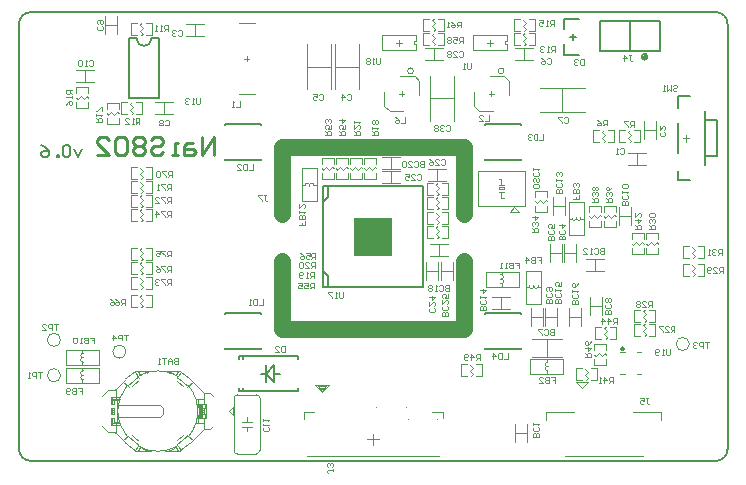
<source format=gbo>
%FSLAX44Y44*%
%MOMM*%
G71*
G01*
G75*
G04 Layer_Color=32896*
%ADD10R,0.5000X0.6000*%
%ADD11R,0.6000X0.5000*%
%ADD12R,0.5000X1.1000*%
%ADD13R,1.1000X0.5000*%
%ADD14R,0.8128X0.8128*%
%ADD15R,1.0160X0.8890*%
%ADD16R,2.4000X1.2500*%
%ADD17R,1.2000X1.2500*%
%ADD18R,0.8890X1.0160*%
%ADD19R,1.6002X1.2954*%
%ADD20R,0.7600X1.5200*%
%ADD21R,0.8128X0.8128*%
%ADD22R,1.0668X0.8128*%
G04:AMPARAMS|DCode=23|XSize=0.22mm|YSize=0.8mm|CornerRadius=0mm|HoleSize=0mm|Usage=FLASHONLY|Rotation=90.000|XOffset=0mm|YOffset=0mm|HoleType=Round|Shape=RoundedRectangle|*
%AMROUNDEDRECTD23*
21,1,0.2200,0.8000,0,0,90.0*
21,1,0.2200,0.8000,0,0,90.0*
1,1,0.0000,0.4000,0.1100*
1,1,0.0000,0.4000,-0.1100*
1,1,0.0000,-0.4000,-0.1100*
1,1,0.0000,-0.4000,0.1100*
%
%ADD23ROUNDEDRECTD23*%
G04:AMPARAMS|DCode=24|XSize=0.22mm|YSize=0.8mm|CornerRadius=0mm|HoleSize=0mm|Usage=FLASHONLY|Rotation=0.000|XOffset=0mm|YOffset=0mm|HoleType=Round|Shape=RoundedRectangle|*
%AMROUNDEDRECTD24*
21,1,0.2200,0.8000,0,0,0.0*
21,1,0.2200,0.8000,0,0,0.0*
1,1,0.0000,0.1100,-0.4000*
1,1,0.0000,-0.1100,-0.4000*
1,1,0.0000,-0.1100,0.4000*
1,1,0.0000,0.1100,0.4000*
%
%ADD24ROUNDEDRECTD24*%
%ADD25R,4.3000X4.3000*%
%ADD26R,0.7000X0.6000*%
%ADD27R,1.2500X0.3000*%
%ADD28R,0.7000X1.6000*%
%ADD29R,1.1000X1.4000*%
%ADD30R,1.6000X1.4000*%
%ADD31R,1.2000X2.2000*%
%ADD32R,1.2000X1.4000*%
%ADD33R,0.8000X1.6000*%
%ADD34R,1.4000X0.6000*%
%ADD35P,1.8385X4X90.0*%
%ADD36R,1.2700X0.5080*%
%ADD37R,1.3970X1.3970*%
%ADD38R,1.2000X1.6000*%
%ADD39R,1.5000X0.4000*%
%ADD40C,0.4000*%
%ADD41C,0.2000*%
%ADD42C,0.3000*%
%ADD43C,0.2540*%
%ADD44C,0.1270*%
%ADD45C,0.6000*%
%ADD46R,1.3000X1.2000*%
%ADD47C,0.0254*%
%ADD48C,4.4000*%
%ADD49C,0.5000*%
G04:AMPARAMS|DCode=50|XSize=4mm|YSize=4mm|CornerRadius=2mm|HoleSize=0mm|Usage=FLASHONLY|Rotation=0.000|XOffset=0mm|YOffset=0mm|HoleType=Round|Shape=RoundedRectangle|*
%AMROUNDEDRECTD50*
21,1,4.0000,0.0000,0,0,0.0*
21,1,0.0000,4.0000,0,0,0.0*
1,1,4.0000,0.0000,0.0000*
1,1,4.0000,0.0000,0.0000*
1,1,4.0000,0.0000,0.0000*
1,1,4.0000,0.0000,0.0000*
%
%ADD50ROUNDEDRECTD50*%
%ADD51R,1.5240X1.5240*%
%ADD52C,1.5240*%
%ADD53C,3.6000*%
%ADD54R,1.4000X1.2000*%
%ADD55R,0.4000X1.0000*%
%ADD56R,1.0000X0.4000*%
%ADD57R,1.6000X1.2000*%
%ADD58O,2.0320X0.6096*%
%ADD59R,2.0320X0.6096*%
%ADD60R,0.7250X2.3500*%
%ADD61R,1.3970X1.3970*%
%ADD62P,1.8385X4X180.0*%
%ADD63R,0.2000X0.7500*%
%ADD64R,0.7500X0.2000*%
%ADD65R,1.5000X0.8000*%
%ADD66R,1.0000X1.5000*%
%ADD67R,2.1000X3.0000*%
%ADD68R,0.8000X2.1000*%
%ADD69R,1.6000X2.2000*%
%ADD70C,0.8000*%
G04:AMPARAMS|DCode=71|XSize=2mm|YSize=2mm|CornerRadius=0mm|HoleSize=0mm|Usage=FLASHONLY|Rotation=180.000|XOffset=0mm|YOffset=0mm|HoleType=Round|Shape=RoundedRectangle|*
%AMROUNDEDRECTD71*
21,1,2.0000,2.0000,0,0,180.0*
21,1,2.0000,2.0000,0,0,180.0*
1,1,0.0000,-1.0000,1.0000*
1,1,0.0000,1.0000,1.0000*
1,1,0.0000,1.0000,-1.0000*
1,1,0.0000,-1.0000,-1.0000*
%
%ADD71ROUNDEDRECTD71*%
%ADD72R,2.1500X6.3000*%
%ADD73C,0.8000*%
%ADD74R,1.1000X0.4000*%
%ADD75R,1.9250X2.3500*%
%ADD76C,4.0000*%
%ADD77C,0.1250*%
%ADD78C,0.1524*%
%ADD79C,0.1200*%
%ADD80C,0.2032*%
%ADD81C,0.1000*%
%ADD82R,0.7000X0.8000*%
%ADD83R,0.8000X0.7000*%
%ADD84R,0.7000X1.3000*%
%ADD85R,1.3000X0.7000*%
%ADD86R,1.0128X1.0128*%
%ADD87R,1.2160X1.0890*%
%ADD88R,2.6000X1.4500*%
%ADD89R,1.4000X1.4500*%
%ADD90R,1.0890X1.2160*%
%ADD91R,1.8002X1.4954*%
%ADD92R,0.9600X1.7200*%
%ADD93R,1.0128X1.0128*%
%ADD94R,1.2668X1.0128*%
G04:AMPARAMS|DCode=95|XSize=0.42mm|YSize=1mm|CornerRadius=0mm|HoleSize=0mm|Usage=FLASHONLY|Rotation=90.000|XOffset=0mm|YOffset=0mm|HoleType=Round|Shape=RoundedRectangle|*
%AMROUNDEDRECTD95*
21,1,0.4200,1.0000,0,0,90.0*
21,1,0.4200,1.0000,0,0,90.0*
1,1,0.0000,0.5000,0.2100*
1,1,0.0000,0.5000,-0.2100*
1,1,0.0000,-0.5000,-0.2100*
1,1,0.0000,-0.5000,0.2100*
%
%ADD95ROUNDEDRECTD95*%
G04:AMPARAMS|DCode=96|XSize=0.42mm|YSize=1mm|CornerRadius=0mm|HoleSize=0mm|Usage=FLASHONLY|Rotation=0.000|XOffset=0mm|YOffset=0mm|HoleType=Round|Shape=RoundedRectangle|*
%AMROUNDEDRECTD96*
21,1,0.4200,1.0000,0,0,0.0*
21,1,0.4200,1.0000,0,0,0.0*
1,1,0.0000,0.2100,-0.5000*
1,1,0.0000,-0.2100,-0.5000*
1,1,0.0000,-0.2100,0.5000*
1,1,0.0000,0.2100,0.5000*
%
%ADD96ROUNDEDRECTD96*%
%ADD97R,4.5000X4.5000*%
%ADD98R,0.9000X0.8000*%
%ADD99R,1.4500X0.5000*%
%ADD100R,0.9000X1.8000*%
%ADD101R,1.3000X1.6000*%
%ADD102R,1.8000X1.6000*%
%ADD103R,1.4000X2.4000*%
%ADD104R,1.4000X1.6000*%
%ADD105R,1.0000X1.8000*%
%ADD106R,1.6000X0.8000*%
%ADD107P,2.1213X4X90.0*%
%ADD108R,1.4700X0.7080*%
%ADD109R,1.5970X1.5970*%
%ADD110R,1.4000X1.8000*%
%ADD111R,1.7000X0.6000*%
%ADD112C,4.6000*%
%ADD113C,0.7000*%
G04:AMPARAMS|DCode=114|XSize=4.2mm|YSize=4.2mm|CornerRadius=2.1mm|HoleSize=0mm|Usage=FLASHONLY|Rotation=0.000|XOffset=0mm|YOffset=0mm|HoleType=Round|Shape=RoundedRectangle|*
%AMROUNDEDRECTD114*
21,1,4.2000,0.0000,0,0,0.0*
21,1,0.0000,4.2000,0,0,0.0*
1,1,4.2000,0.0000,0.0000*
1,1,4.2000,0.0000,0.0000*
1,1,4.2000,0.0000,0.0000*
1,1,4.2000,0.0000,0.0000*
%
%ADD114ROUNDEDRECTD114*%
%ADD115R,1.7240X1.7240*%
%ADD116C,1.7240*%
%ADD117R,1.0750X0.6000*%
%ADD118R,1.4000X2.5500*%
%ADD119R,0.6000X1.2000*%
%ADD120R,1.2000X0.6000*%
%ADD121R,1.8000X1.4000*%
%ADD122O,2.2320X0.8096*%
%ADD123R,2.2320X0.8096*%
%ADD124R,0.9250X2.5500*%
%ADD125R,1.5970X1.5970*%
%ADD126P,2.1213X4X180.0*%
%ADD127R,0.4000X0.9500*%
%ADD128R,0.9500X0.4000*%
%ADD129R,1.7000X1.0000*%
%ADD130R,1.2000X1.7000*%
%ADD131R,2.3000X3.2000*%
%ADD132R,1.0000X2.3000*%
%ADD133R,1.8000X2.4000*%
%ADD134C,1.0000*%
G04:AMPARAMS|DCode=135|XSize=2.2mm|YSize=2.2mm|CornerRadius=0mm|HoleSize=0mm|Usage=FLASHONLY|Rotation=180.000|XOffset=0mm|YOffset=0mm|HoleType=Round|Shape=RoundedRectangle|*
%AMROUNDEDRECTD135*
21,1,2.2000,2.2000,0,0,180.0*
21,1,2.2000,2.2000,0,0,180.0*
1,1,0.0000,-1.1000,1.1000*
1,1,0.0000,1.1000,1.1000*
1,1,0.0000,1.1000,-1.1000*
1,1,0.0000,-1.1000,-1.1000*
%
%ADD135ROUNDEDRECTD135*%
%ADD136R,2.3500X6.5000*%
%ADD137C,4.2000*%
%ADD138C,0.1999*%
%ADD139C,1.4000*%
%ADD140C,0.1501*%
%ADD141C,0.1500*%
%ADD142R,3.2000X3.2000*%
D41*
X-90800Y-116000D02*
X-83800Y-123000D01*
X-90800Y-116000D02*
X-83775Y-108975D01*
X-83780Y-123000D02*
Y-109000D01*
X-90800Y-123200D02*
Y-108800D01*
X-95000Y-116000D02*
X-90800D01*
X-83780D02*
X-79000D01*
X-114000Y-101500D02*
X-64000D01*
Y-130500D02*
Y-128000D01*
Y-104000D02*
Y-101500D01*
X-110000Y-104000D02*
Y-101500D01*
X-114000Y-130500D02*
X-64000D01*
X-110000D02*
Y-128000D01*
X-114000Y-130500D02*
Y-128000D01*
Y-104000D02*
Y-101500D01*
X289941Y-190000D02*
G03*
X299941Y-180000I0J10000D01*
G01*
Y180000D02*
G03*
X289941Y190000I-10000J0D01*
G01*
X-300000Y-180000D02*
G03*
X-290000Y-190000I10000J0D01*
G01*
Y190000D02*
G03*
X-300000Y180000I0J-10000D01*
G01*
X300000Y-180000D02*
Y180000D01*
X-300000Y-180000D02*
Y180000D01*
X-290000Y-190000D02*
X289941Y-190000D01*
X-290000Y190000D02*
X289941Y190000D01*
D43*
X212000Y-95000D02*
G03*
X212000Y-95000I-1000J0D01*
G01*
X-135000Y69000D02*
Y84235D01*
X-145157Y69000D01*
Y84235D01*
X-152774Y79157D02*
X-157853D01*
X-160392Y76617D01*
Y69000D01*
X-152774D01*
X-150235Y71539D01*
X-152774Y74078D01*
X-160392D01*
X-165470Y69000D02*
X-170548D01*
X-168009D01*
Y79157D01*
X-165470D01*
X-188323Y81696D02*
X-185784Y84235D01*
X-180705D01*
X-178166Y81696D01*
Y79157D01*
X-180705Y76617D01*
X-185784D01*
X-188323Y74078D01*
Y71539D01*
X-185784Y69000D01*
X-180705D01*
X-178166Y71539D01*
X-193401Y81696D02*
X-195940Y84235D01*
X-201019D01*
X-203558Y81696D01*
Y79157D01*
X-201019Y76617D01*
X-203558Y74078D01*
Y71539D01*
X-201019Y69000D01*
X-195940D01*
X-193401Y71539D01*
Y74078D01*
X-195940Y76617D01*
X-193401Y79157D01*
Y81696D01*
X-195940Y76617D02*
X-201019D01*
X-208636Y81696D02*
X-211175Y84235D01*
X-216254D01*
X-218793Y81696D01*
Y71539D01*
X-216254Y69000D01*
X-211175D01*
X-208636Y71539D01*
Y81696D01*
X-234028Y69000D02*
X-223871D01*
X-234028Y79157D01*
Y81696D01*
X-231489Y84235D01*
X-226410D01*
X-223871Y81696D01*
D44*
X-42250Y29250D02*
X-38250Y33250D01*
Y42500D01*
X-42250Y-29250D02*
X-38250Y-33250D01*
Y-42500D02*
Y-33250D01*
X-42500Y-42500D02*
Y42500D01*
X42500Y-42500D02*
Y42500D01*
X-42500D02*
X42500D01*
X-42500Y-42500D02*
X42500D01*
X-125250Y64750D02*
X-94750D01*
X-125250Y95250D02*
X-94750D01*
X-125250Y94000D02*
Y95250D01*
Y64750D02*
Y66000D01*
X-94750Y94000D02*
Y95250D01*
Y64750D02*
Y66000D01*
X94750Y64750D02*
X125250D01*
X94750Y95250D02*
X125250D01*
X94750Y94000D02*
Y95250D01*
Y64750D02*
Y66000D01*
X125250Y94000D02*
Y95250D01*
Y64750D02*
Y66000D01*
X94750Y-64750D02*
X125250D01*
X94750Y-95250D02*
X125250D01*
Y-94000D01*
Y-66000D02*
Y-64750D01*
X94750Y-95250D02*
Y-94000D01*
Y-66000D02*
Y-64750D01*
X-125250D02*
X-94750D01*
X-125250Y-95250D02*
X-94750D01*
Y-94000D01*
Y-66000D02*
Y-64750D01*
X-125250Y-95250D02*
Y-94000D01*
Y-66000D02*
Y-64750D01*
X-246450Y74164D02*
X-249782Y67500D01*
X-253114Y74164D01*
X-256447Y75830D02*
X-258113Y77497D01*
X-261445D01*
X-263111Y75830D01*
Y69166D01*
X-261445Y67500D01*
X-258113D01*
X-256447Y69166D01*
Y75830D01*
X-266444Y67500D02*
Y69166D01*
X-268110D01*
Y67500D01*
X-266444D01*
X-281439Y77497D02*
X-278106Y75830D01*
X-274774Y72498D01*
Y69166D01*
X-276440Y67500D01*
X-279773D01*
X-281439Y69166D01*
Y70832D01*
X-279773Y72498D01*
X-274774D01*
D47*
X53993Y-154584D02*
X54000D01*
X27493Y-143984D02*
X27500D01*
X2493D02*
X2500D01*
X28993Y-154584D02*
X29000D01*
D77*
X-54000Y42731D02*
G03*
X-57809Y42728I-1905J634D01*
G01*
X-50190Y42731D02*
G03*
X-53999Y42728I-1905J634D01*
G01*
X-245181Y-117499D02*
G03*
X-245178Y-121309I-634J-1905D01*
G01*
X-245181Y-113689D02*
G03*
X-245178Y-117499I-634J-1905D01*
G01*
X110730Y140230D02*
G03*
X110730Y140230I-2500J0D01*
G01*
X34000D02*
G03*
X34000Y140230I-2500J0D01*
G01*
X-197127Y-178443D02*
G03*
X-167745Y-178443I14691J30662D01*
G01*
X-214772Y-137274D02*
G03*
X-214772Y-158287I32336J-10507D01*
G01*
X-167745Y-117119D02*
G03*
X-197127Y-117119I-14691J-30662D01*
G01*
X-149939Y-157778D02*
G03*
X-149939Y-137783I-32497J9997D01*
G01*
X-214218Y-136276D02*
G03*
X-214563Y-137280I31782J-11505D01*
G01*
X-208328Y-126055D02*
G03*
X-214218Y-136276I25892J-21726D01*
G01*
X-214563Y-158281D02*
G03*
X-214218Y-159285I32127J10501D01*
G01*
X-150147Y-137786D02*
G03*
X-156544Y-126055I-32288J-9995D01*
G01*
X-214218Y-159286D02*
G03*
X-208328Y-169507I31782J11505D01*
G01*
X-156544Y-169507D02*
G03*
X-150147Y-157776I-25892J21726D01*
G01*
X-167831Y-178263D02*
G03*
X-167302Y-178003I-14605J30482D01*
G01*
Y-117558D02*
G03*
X-167831Y-117299I-15134J-30222D01*
G01*
X-204161Y-168469D02*
G03*
X-199038Y-172768I21725J20689D01*
G01*
Y-122793D02*
G03*
X-204161Y-127092I16602J-24988D01*
G01*
X-157156Y-126569D02*
G03*
X-165936Y-119202I-25280J-21212D01*
G01*
X-160711Y-127092D02*
G03*
X-165834Y-122793I-21725J-20689D01*
G01*
X-165936Y-176360D02*
G03*
X-157156Y-168993I-16500J28579D01*
G01*
X-165834Y-172768D02*
G03*
X-160711Y-168469I-16602J24988D01*
G01*
X-197040Y-117299D02*
G03*
X-197570Y-117558I14605J-30482D01*
G01*
X-197623Y-117585D02*
G03*
X-199336Y-118509I15187J-30196D01*
G01*
X-165536Y-118509D02*
G03*
X-167302Y-117558I-16900J-29272D01*
G01*
Y-178003D02*
G03*
X-165536Y-177052I-15134J30222D01*
G01*
X-155061Y-120656D02*
G03*
X-163209Y-114437I-27224J-27224D01*
G01*
Y-181125D02*
G03*
X-155061Y-174906I-19075J33442D01*
G01*
X-209568Y-175043D02*
G03*
X-201653Y-181127I27224J27224D01*
G01*
X-207715Y-168993D02*
G03*
X-198936Y-176360I25280J21212D01*
G01*
X-197570Y-178003D02*
G03*
X-197040Y-178263I15134J30222D01*
G01*
X-199285Y-177082D02*
G03*
X-197570Y-178003I16849J29301D01*
G01*
X-201653Y-181128D02*
G03*
X-201361Y-181295I19308J33308D01*
G01*
X-201653Y-114434D02*
G03*
X-209568Y-120519I19308J-33308D01*
G01*
X-198936Y-119202D02*
G03*
X-207715Y-126569I16500J-28579D01*
G01*
X172000Y16269D02*
G03*
X175809Y16272I1905J-634D01*
G01*
X168190Y16269D02*
G03*
X171999Y16272I1905J-634D01*
G01*
X-245181Y-102499D02*
G03*
X-245178Y-106309I-634J-1905D01*
G01*
X-245181Y-98689D02*
G03*
X-245178Y-102499I-634J-1905D01*
G01*
X136000Y-41487D02*
G03*
X139809Y-41483I1905J-634D01*
G01*
X132190Y-41487D02*
G03*
X135999Y-41483I1905J-634D01*
G01*
X107731Y-39810D02*
G03*
X107728Y-36001I634J1905D01*
G01*
X107731Y-36000D02*
G03*
X107728Y-32191I634J1905D01*
G01*
X148269Y-110000D02*
G03*
X148272Y-113809I-634J-1905D01*
G01*
X148269Y-106190D02*
G03*
X148272Y-109999I-634J-1905D01*
G01*
X-10777Y59000D02*
X-9507Y57730D01*
X-13318Y56460D02*
X-10777Y59000D01*
X-15857D02*
X-13318Y56460D01*
X-18398D02*
X-15857Y59000D01*
X-19668Y57730D02*
X-18398Y56460D01*
X-9507Y48840D02*
Y53920D01*
X-19668Y48840D02*
X-9507D01*
X-19668D02*
Y53920D01*
X-9507Y61540D02*
Y66620D01*
X-19668D02*
X-9507D01*
X-19668Y61540D02*
Y66620D01*
X-7810Y57730D02*
X-6540Y56460D01*
X-4000Y59000D01*
X-1460Y56460D01*
X1080Y59000D01*
X2350Y57730D01*
X-7810Y61540D02*
Y66620D01*
X2350D01*
Y61540D02*
Y66620D01*
X-7810Y48840D02*
Y53920D01*
Y48840D02*
X2350D01*
Y53920D01*
X-47650Y33840D02*
Y57970D01*
X-60350D02*
X-47650D01*
X-60350Y30030D02*
Y57970D01*
Y30030D02*
X-47650D01*
Y33840D01*
X-60000Y44000D02*
X-57810D01*
X-50190D02*
X-48000D01*
X136920Y30000D02*
X138190Y28730D01*
X140730Y31270D01*
X143270Y28730D01*
X145810Y31270D01*
X147080Y30000D01*
X136920Y33810D02*
Y38890D01*
X147080D01*
Y33810D02*
Y38890D01*
X136920Y21110D02*
Y26190D01*
Y21110D02*
X147080D01*
Y26190D01*
X54270Y22920D02*
X55540Y24190D01*
X53000Y26730D02*
X55540Y24190D01*
X53000Y26730D02*
X55540Y29270D01*
X53000Y31810D02*
X55540Y29270D01*
X53000Y31810D02*
X54270Y33080D01*
X45380Y22920D02*
X50460D01*
X45380D02*
Y33080D01*
X50460D01*
X58080Y22920D02*
X63160D01*
Y33080D01*
X58080D02*
X63160D01*
X54270Y10920D02*
X55540Y12190D01*
X53000Y14730D02*
X55540Y12190D01*
X53000Y14730D02*
X55540Y17270D01*
X53000Y19810D02*
X55540Y17270D01*
X53000Y19810D02*
X54270Y21080D01*
X45380Y10920D02*
X50460D01*
X45380D02*
Y21080D01*
X50460D01*
X58080Y10920D02*
X63160D01*
Y21080D01*
X58080D02*
X63160D01*
X15000Y55080D02*
X22620D01*
X15000Y44920D02*
Y55080D01*
Y44920D02*
X22620D01*
X7380Y55080D02*
X15000D01*
Y44920D02*
Y55080D01*
X7380Y44920D02*
X15000D01*
X-33650Y48840D02*
Y53920D01*
X-43810Y48840D02*
X-33650D01*
X-43810D02*
Y53920D01*
X-33650Y61540D02*
Y66620D01*
X-43810D02*
X-33650D01*
X-43810Y61540D02*
Y66620D01*
X-34920Y59000D02*
X-33650Y57730D01*
X-37460Y56460D02*
X-34920Y59000D01*
X-40000D02*
X-37460Y56460D01*
X-42540D02*
X-40000Y59000D01*
X-43810Y57730D02*
X-42540Y56460D01*
X-21650Y48840D02*
Y53920D01*
X-31810Y48840D02*
X-21650D01*
X-31810D02*
Y53920D01*
X-21650Y61540D02*
Y66620D01*
X-31810D02*
X-21650D01*
X-31810Y61540D02*
Y66620D01*
X-22920Y59000D02*
X-21650Y57730D01*
X-25460Y56460D02*
X-22920Y59000D01*
X-28000D02*
X-25460Y56460D01*
X-30540D02*
X-28000Y59000D01*
X-31810Y57730D02*
X-30540Y56460D01*
X46380Y46920D02*
X54000D01*
Y57080D01*
X46380D02*
X54000D01*
Y46920D02*
X61620D01*
X54000D02*
Y57080D01*
X61620D01*
X54270Y34920D02*
X55540Y36190D01*
X53000Y38730D02*
X55540Y36190D01*
X53000Y38730D02*
X55540Y41270D01*
X53000Y43810D02*
X55540Y41270D01*
X53000Y43810D02*
X54270Y45080D01*
X45380Y34920D02*
X50460D01*
X45380D02*
Y45080D01*
X50460D01*
X58080Y34920D02*
X63160D01*
Y45080D01*
X58080D02*
X63160D01*
X-260420Y-111150D02*
X-236290D01*
X-260420Y-123850D02*
Y-111150D01*
Y-123850D02*
X-232480D01*
Y-111150D01*
X-236290D02*
X-232480D01*
X-246450Y-123500D02*
Y-121310D01*
Y-113690D02*
Y-111500D01*
X-216866Y105711D02*
X-215595Y104441D01*
X-219405Y103171D02*
X-216866Y105711D01*
X-221945D02*
X-219405Y103171D01*
X-224485D02*
X-221945Y105711D01*
X-225756Y104441D02*
X-224485Y103171D01*
X-215595Y95551D02*
Y100631D01*
X-225756Y95551D02*
X-215595D01*
X-225756D02*
Y100631D01*
X-215595Y108251D02*
Y113331D01*
X-225756D02*
X-215595D01*
X-225756Y108251D02*
Y113331D01*
X98730Y161730D02*
Y166730D01*
X96230Y164230D02*
X101230D01*
X84230Y158230D02*
X113230D01*
X84230D02*
Y170230D01*
X113230D01*
Y165480D02*
Y170230D01*
X111418Y165480D02*
X113230D01*
X111418Y162980D02*
Y165480D01*
Y162980D02*
X113230D01*
Y158230D02*
Y162980D01*
X127730Y161951D02*
X129000Y163221D01*
X126460Y165761D02*
X129000Y163221D01*
X126460Y165761D02*
X129000Y168301D01*
X126460Y170841D02*
X129000Y168301D01*
X126460Y170841D02*
X127730Y172111D01*
X118840Y161951D02*
X123920D01*
X118840D02*
Y172111D01*
X123920D01*
X131540Y161951D02*
X136620D01*
Y172111D01*
X131540D02*
X136620D01*
X-56410Y124598D02*
Y162698D01*
X-36091Y124598D02*
Y162698D01*
X-56410Y143648D02*
X-36091D01*
X51156Y159910D02*
X58776D01*
X51156Y149750D02*
Y159910D01*
Y149750D02*
X58776D01*
X43536Y159910D02*
X51156D01*
Y149750D02*
Y159910D01*
X43536Y149750D02*
X51156D01*
X22000Y161730D02*
Y166730D01*
X19500Y164230D02*
X24500D01*
X7500Y158230D02*
X36500D01*
X7500D02*
Y170230D01*
X36500D01*
Y165480D02*
Y170230D01*
X34688Y165480D02*
X36500D01*
X34688Y162980D02*
Y165480D01*
Y162980D02*
X36500D01*
Y158230D02*
Y162980D01*
X49886Y183040D02*
X51156Y184310D01*
X49886Y183040D02*
X52426Y180500D01*
X49886Y177960D02*
X52426Y180500D01*
X49886Y177960D02*
X52426Y175420D01*
X51156Y174150D02*
X52426Y175420D01*
X54966Y184310D02*
X60046D01*
Y174150D02*
Y184310D01*
X54966Y174150D02*
X60046D01*
X42266Y184310D02*
X47346D01*
X42266Y174150D02*
Y184310D01*
Y174150D02*
X47346D01*
X68160Y97950D02*
Y136050D01*
X47840Y97950D02*
Y136050D01*
Y117000D02*
X68160D01*
X146250Y-155084D02*
Y-148834D01*
X170250D01*
X220000D02*
X243750D01*
Y-155084D02*
Y-148834D01*
X162000Y-185584D02*
X228000D01*
X171371Y-123056D02*
X176371Y-128056D01*
X171371Y-123056D02*
X181371D01*
X176371Y-128056D02*
X181371Y-123056D01*
X228730Y-75190D02*
X230000Y-73920D01*
X228730Y-75190D02*
X231270Y-77730D01*
X228730Y-80270D02*
X231270Y-77730D01*
X228730Y-80270D02*
X231270Y-82810D01*
X230000Y-84080D02*
X231270Y-82810D01*
X233810Y-73920D02*
X238890D01*
Y-84080D02*
Y-73920D01*
X233810Y-84080D02*
X238890D01*
X221110Y-73920D02*
X226190D01*
X221110Y-84080D02*
Y-73920D01*
Y-84080D02*
X226190D01*
X228730Y-63190D02*
X230000Y-61920D01*
X228730Y-63190D02*
X231270Y-65730D01*
X228730Y-68270D02*
X231270Y-65730D01*
X228730Y-68270D02*
X231270Y-70810D01*
X230000Y-72080D02*
X231270Y-70810D01*
X233810Y-61920D02*
X238890D01*
Y-72080D02*
Y-61920D01*
X233810Y-72080D02*
X238890D01*
X221110Y-61920D02*
X226190D01*
X221110Y-72080D02*
Y-61920D01*
Y-72080D02*
X226190D01*
X-205748Y112538D02*
X-204478Y113808D01*
X-205748Y112538D02*
X-203208Y109999D01*
X-205748Y107458D02*
X-203208Y109999D01*
X-205748Y107458D02*
X-203208Y104918D01*
X-204478Y103649D02*
X-203208Y104918D01*
X-200668Y113808D02*
X-195588D01*
Y103649D02*
Y113808D01*
X-200668Y103649D02*
X-195588D01*
X-213368Y113808D02*
X-208288D01*
X-213368Y103649D02*
Y113808D01*
Y103649D02*
X-208288D01*
X186110Y79920D02*
X191190D01*
X186110D02*
Y90080D01*
X191190D01*
X198810Y79920D02*
X203890D01*
Y90080D01*
X198810D02*
X203890D01*
X195000Y79920D02*
X196270Y81190D01*
X193730Y83730D02*
X196270Y81190D01*
X193730Y83730D02*
X196270Y86270D01*
X193730Y88810D02*
X196270Y86270D01*
X193730Y88810D02*
X195000Y90080D01*
X57002Y-29000D02*
Y-21380D01*
Y-29000D02*
X67161D01*
Y-21380D01*
X57002Y-36620D02*
Y-29000D01*
X67161D01*
Y-36620D02*
Y-29000D01*
X-192791Y-49920D02*
X-187711D01*
Y-60080D02*
Y-49920D01*
X-192791Y-60080D02*
X-187711D01*
X-205491Y-49920D02*
X-200411D01*
X-205491Y-60080D02*
Y-49920D01*
Y-60080D02*
X-200411D01*
X-197871Y-51190D02*
X-196601Y-49920D01*
X-197871Y-51190D02*
X-195331Y-53730D01*
X-197871Y-56270D02*
X-195331Y-53730D01*
X-197871Y-56270D02*
X-195331Y-58810D01*
X-196601Y-60080D02*
X-195331Y-58810D01*
X180380Y-29080D02*
X188000D01*
Y-18920D01*
X180380D02*
X188000D01*
Y-29080D02*
X195620D01*
X188000D02*
Y-18920D01*
X195620D01*
X183098Y-59000D02*
Y-51380D01*
Y-59000D02*
X193258D01*
Y-51380D01*
X183098Y-66620D02*
Y-59000D01*
X193258D01*
Y-66620D02*
Y-59000D01*
X100380Y-61080D02*
X108000D01*
Y-50920D01*
X100380D02*
X108000D01*
Y-61080D02*
X115620D01*
X108000D02*
Y-50920D01*
X115620D01*
X-118399Y-151531D02*
Y-144031D01*
X-122149Y-147781D02*
X-118399Y-144031D01*
X-122149Y-147781D02*
X-118399Y-151531D01*
X-215899Y-142781D02*
X-180899D01*
X-178399Y-145281D01*
Y-150281D02*
Y-145281D01*
X-180899Y-152781D02*
X-178399Y-150281D01*
X-215899Y-152781D02*
X-180899D01*
X-220899Y-137871D02*
X-220899Y-137997D01*
X-220899Y-137871D02*
Y-137760D01*
Y-137671D01*
Y-137611D01*
Y-137583D01*
Y-137581D01*
X-215476Y-139757D02*
Y-138281D01*
Y-157281D02*
Y-155804D01*
X-148436Y-157781D02*
Y-153781D01*
Y-141781D02*
Y-137781D01*
X-145887Y-153781D02*
Y-141781D01*
X-146838Y-153781D02*
Y-141781D01*
X-216899Y-157281D02*
Y-138281D01*
X-148842Y-153022D02*
X-147838D01*
X-148842Y-142540D02*
X-147838D01*
X-148683Y-143691D02*
X-147838D01*
X-148683Y-151870D02*
X-147838D01*
X-216899Y-138281D02*
X-215476D01*
X-219399D02*
X-216899D01*
X-215394D02*
X-215389D01*
X-215476D02*
X-215394D01*
X-219399Y-157281D02*
X-216899D01*
X-215476D01*
X-215394D01*
X-215389D01*
X-220936Y-158281D02*
Y-153781D01*
Y-150195D02*
Y-145362D01*
Y-141781D02*
Y-137281D01*
X-221936Y-159281D02*
X-220936Y-158281D01*
X-221936Y-136281D02*
X-220936Y-137281D01*
X-229436Y-135281D02*
X-224436Y-130281D01*
X-221936Y-136281D02*
X-218136D01*
X-221936Y-159281D02*
Y-153781D01*
Y-150281D02*
Y-145281D01*
Y-141781D02*
Y-136281D01*
Y-159281D02*
X-218136D01*
X-224436Y-165281D02*
X-219330D01*
X-229436Y-160281D02*
X-224436Y-165281D01*
Y-130281D02*
X-219330D01*
X-143436Y-150013D02*
Y-145549D01*
Y-141781D02*
Y-137781D01*
Y-132281D02*
X-138436D01*
X-135436Y-135281D01*
X-141436Y-150281D02*
Y-145281D01*
X-138436Y-163281D02*
X-135436Y-160329D01*
X-143436Y-163281D02*
X-138436D01*
X-143436Y-157781D02*
Y-153781D01*
X-220899Y-148281D02*
X-219399D01*
X-220899Y-147281D02*
X-219399D01*
X-220899D02*
Y-145553D01*
Y-148281D02*
Y-147281D01*
Y-150009D02*
Y-148281D01*
Y-157981D02*
Y-157565D01*
X-219399Y-150009D02*
Y-148281D01*
Y-147281D01*
Y-145553D01*
Y-137997D02*
Y-137581D01*
Y-157981D02*
Y-157565D01*
X-220899Y-138081D02*
X-219399D01*
X-220899Y-137997D02*
X-219399D01*
X-220899Y-157565D02*
X-219399D01*
X-220899Y-157481D02*
X-219399D01*
X-144887Y-148281D02*
X-143436D01*
Y-150013D02*
X-143387D01*
X-144887Y-148281D02*
Y-147281D01*
Y-150197D02*
Y-148281D01*
Y-147281D02*
Y-145365D01*
X-143436Y-145549D02*
X-143387D01*
X-144887Y-147281D02*
X-143436D01*
X-143387Y-150197D02*
Y-150013D01*
Y-145549D02*
Y-145365D01*
X-147838Y-153781D02*
Y-153022D01*
Y-151870D01*
Y-151112D01*
Y-144450D02*
Y-143691D01*
Y-142540D01*
Y-141781D01*
X-144887Y-150197D02*
X-143387D01*
X-144887Y-145365D02*
X-143387D01*
X-220899Y-150009D02*
X-219399D01*
X-220899Y-145553D02*
X-219399D01*
X-220899Y-157481D02*
Y-153781D01*
Y-157565D02*
Y-157481D01*
Y-157565D02*
Y-157481D01*
Y-138081D02*
X-220899Y-137997D01*
X-220899Y-141781D02*
Y-138081D01*
Y-141781D02*
X-220899Y-137997D01*
X-144887Y-153781D02*
Y-150197D01*
X-142387Y-153781D02*
Y-150281D01*
X-144754D02*
X-142387D01*
X-141436D01*
X-148969Y-141781D02*
X-147838D01*
X-145887D02*
X-144887D01*
X-146838D02*
X-145887D01*
X-147838D02*
X-146838D01*
X-148969Y-153781D02*
X-147838D01*
X-146838D01*
X-145887D01*
X-144887D01*
X-142387D01*
X-141436D01*
Y-150281D01*
X-142387Y-141781D02*
X-141436D01*
Y-145281D02*
Y-141781D01*
X-142387Y-145281D02*
X-141436D01*
X-144887Y-145365D02*
Y-141781D01*
X-142387D01*
Y-145281D02*
Y-141781D01*
X-144754Y-145281D02*
X-142387D01*
X-144887Y-145365D02*
X-144754Y-145281D01*
X-219399Y-141781D02*
Y-138081D01*
X-219399Y-137997D01*
X-221899Y-145281D02*
X-219694D01*
X-221899Y-150281D02*
X-219694D01*
X-219399Y-157481D02*
X-219399Y-157565D01*
X-219399Y-157481D02*
Y-153781D01*
X-221899Y-141781D02*
X-219399D01*
X-221899Y-153781D02*
X-219399D01*
X-148599Y-144450D02*
X-147838D01*
Y-151112D02*
Y-144450D01*
X-148599Y-151112D02*
X-147838D01*
X-172916Y-115141D02*
Y-114281D01*
Y-181281D02*
Y-180421D01*
X-191955Y-181281D02*
Y-180421D01*
Y-115141D02*
Y-114281D01*
X-220936Y-158281D02*
X-218136D01*
X-220936Y-137281D02*
X-218136D01*
X-167809Y-117234D02*
X-167743Y-117119D01*
X-172916Y-114281D02*
X-168979Y-116557D01*
X-195894Y-116558D02*
X-191955Y-114281D01*
X-197128Y-117119D02*
X-197063Y-117233D01*
X-172916Y-181281D02*
X-168979Y-179005D01*
X-167809Y-178328D02*
X-167743Y-178442D01*
X-197128Y-178442D02*
X-197063Y-178328D01*
X-195894Y-179004D02*
X-191955Y-181281D01*
X-218136Y-137281D02*
Y-136281D01*
Y-137281D02*
X-214564D01*
X-218136Y-136281D02*
X-214219D01*
X-218136D02*
Y-129086D01*
Y-158281D02*
X-214564D01*
X-150149Y-137781D02*
X-143436D01*
Y-132281D01*
X-218136Y-159281D02*
X-214219D01*
X-218136Y-166475D02*
Y-159281D01*
Y-158281D01*
X-150149Y-157781D02*
X-143436D01*
Y-163281D02*
Y-157781D01*
X-167809Y-178328D02*
X-167286Y-178025D01*
X-167809Y-178328D02*
Y-178252D01*
Y-117310D02*
Y-117234D01*
X-167286Y-117536D01*
X-197586Y-117536D02*
X-197063Y-117233D01*
Y-117310D02*
Y-117233D01*
Y-178328D02*
Y-178252D01*
X-197586Y-178026D02*
X-197063Y-178328D01*
X-199452Y-114281D02*
X-191955D01*
X-172916D02*
X-165420D01*
X-176626D02*
X-172916D01*
X-191955D02*
X-188245D01*
X-172916Y-181281D02*
X-165420D01*
X-199452D02*
X-191955D01*
X-188245D01*
X-176626D02*
X-172916D01*
X-165935Y-119202D02*
X-165538Y-118508D01*
X-152814Y-172659D02*
X-143436Y-163281D01*
X-155061Y-174906D02*
X-152814Y-172659D01*
X-165935Y-176360D02*
X-165538Y-177054D01*
X-157164Y-169002D02*
X-152814Y-172659D01*
X-166467Y-120129D02*
X-165935Y-119202D01*
X-157977Y-168319D02*
X-157164Y-169002D01*
X-166467Y-175432D02*
X-165935Y-176360D01*
X-198936Y-119202D02*
X-198404Y-120130D01*
X-201665Y-114441D02*
X-201386Y-114281D01*
X-199452D01*
X-197586Y-117536D01*
X-197595Y-117571D02*
X-197586Y-117536D01*
X-167286Y-117536D02*
X-167277Y-117571D01*
X-167286Y-117536D02*
X-165420Y-114281D01*
X-163486D01*
X-165538Y-118508D02*
X-163205Y-114439D01*
X-165420Y-181281D02*
X-163486D01*
X-167286Y-178025D02*
X-165420Y-181281D01*
X-167286Y-178025D02*
X-167277Y-177991D01*
X-165538Y-177054D02*
X-163205Y-181122D01*
X-163486Y-114281D02*
X-163205Y-114439D01*
X-163486Y-181281D02*
X-163205Y-181122D01*
X-197595Y-177991D02*
X-197586Y-178026D01*
X-199452Y-181281D02*
X-197586Y-178026D01*
X-201386Y-181281D02*
X-199452D01*
X-201665Y-181120D02*
X-199334Y-177054D01*
X-198936Y-176360D01*
X-198404Y-175432D01*
X-212009Y-172602D02*
X-209568Y-175043D01*
X-219330Y-165281D02*
X-218136Y-166475D01*
X-212009Y-172602D01*
X-207710Y-168999D02*
X-206895Y-168315D01*
X-212009Y-172602D02*
X-207710Y-168999D01*
X-157977Y-127242D02*
X-157164Y-126559D01*
X-152814Y-122902D01*
X-155061Y-120656D02*
X-152814Y-122902D01*
X-143436Y-132281D01*
X-201665Y-114441D02*
X-199334Y-118508D01*
X-198936Y-119202D01*
X-212009Y-122959D02*
X-207710Y-126563D01*
X-206895Y-127246D01*
X-218136Y-129086D02*
X-212009Y-122959D01*
X-219330Y-130281D02*
X-218136Y-129086D01*
X-212009Y-122959D02*
X-209568Y-120519D01*
X-220899Y-157981D02*
X-219399D01*
X-220899Y-137581D02*
X-219399D01*
X-32349Y143648D02*
X-12029D01*
Y124598D02*
Y162698D01*
X-32349Y124598D02*
Y162698D01*
X228920Y90000D02*
Y97620D01*
Y90000D02*
X239080D01*
Y97620D01*
X228920Y82380D02*
Y90000D01*
X239080D01*
Y82380D02*
Y90000D01*
X74110Y-118080D02*
X79190D01*
X74110D02*
Y-107920D01*
X79190D01*
X86810Y-118080D02*
X91890D01*
Y-107920D01*
X86810D02*
X91890D01*
X83000Y-118080D02*
X84270Y-116810D01*
X81730Y-114270D02*
X84270Y-116810D01*
X81730Y-114270D02*
X84270Y-111730D01*
X81730Y-109190D02*
X84270Y-111730D01*
X81730Y-109190D02*
X83000Y-107920D01*
X55540Y-5920D02*
X63160D01*
X55540Y-16080D02*
Y-5920D01*
Y-16080D02*
X63160D01*
X47920Y-5920D02*
X55540D01*
Y-16080D02*
Y-5920D01*
X47920Y-16080D02*
X55540D01*
X171610Y-121080D02*
X176690D01*
X171610D02*
Y-110920D01*
X176690D01*
X184310Y-121080D02*
X189390D01*
Y-110920D01*
X184310D02*
X189390D01*
X180500Y-121080D02*
X181770Y-119810D01*
X179230Y-117270D02*
X181770Y-119810D01*
X179230Y-117270D02*
X181770Y-114730D01*
X179230Y-112190D02*
X181770Y-114730D01*
X179230Y-112190D02*
X180500Y-110920D01*
X220810Y90080D02*
X225890D01*
Y79920D02*
Y90080D01*
X220810Y79920D02*
X225890D01*
X208110Y90080D02*
X213190D01*
X208110Y79920D02*
Y90080D01*
Y79920D02*
X213190D01*
X215730Y88810D02*
X217000Y90080D01*
X215730Y88810D02*
X218270Y86270D01*
X215730Y83730D02*
X218270Y86270D01*
X215730Y83730D02*
X218270Y81190D01*
X217000Y79920D02*
X218270Y81190D01*
X133920Y-68000D02*
Y-60380D01*
Y-68000D02*
X144080D01*
Y-60380D01*
X133920Y-75620D02*
Y-68000D01*
X144080D01*
Y-75620D02*
Y-68000D01*
X162080Y18380D02*
Y26000D01*
X151920D02*
X162080D01*
X151920Y18380D02*
Y26000D01*
X162080D02*
Y33620D01*
X151920Y26000D02*
X162080D01*
X151920D02*
Y33620D01*
X155758Y-75620D02*
Y-68000D01*
X145598D02*
X155758D01*
X145598Y-75620D02*
Y-68000D01*
X155758D02*
Y-60380D01*
X145598Y-68000D02*
X155758D01*
X145598D02*
Y-60380D01*
X165598Y-68000D02*
Y-60380D01*
Y-68000D02*
X175758D01*
Y-60380D01*
X165598Y-75620D02*
Y-68000D01*
X175758D01*
Y-75620D02*
Y-68000D01*
X15000Y67080D02*
X22620D01*
X15000Y56920D02*
Y67080D01*
Y56920D02*
X22620D01*
X7380Y67080D02*
X15000D01*
Y56920D02*
Y67080D01*
X7380Y56920D02*
X15000D01*
X55080Y-36620D02*
Y-29000D01*
X44920D02*
X55080D01*
X44920Y-36620D02*
Y-29000D01*
X55080D02*
Y-21380D01*
X44920Y-29000D02*
X55080D01*
X44920D02*
Y-21380D01*
X165650Y1030D02*
Y25160D01*
Y1030D02*
X178350D01*
Y28970D01*
X165650D02*
X178350D01*
X165650Y25160D02*
Y28970D01*
X175810Y15000D02*
X178000D01*
X166000D02*
X168190D01*
X-158474Y169773D02*
X-150854D01*
Y179933D01*
X-158474D02*
X-150854D01*
Y169773D02*
X-143234D01*
X-150854D02*
Y179933D01*
X-143234D01*
X-227080Y179000D02*
Y186620D01*
Y179000D02*
X-216920D01*
Y186620D01*
X-227080Y171380D02*
Y179000D01*
X-216920D01*
Y171380D02*
Y179000D01*
X262110Y-18080D02*
X267190D01*
X262110D02*
Y-7920D01*
X267190D01*
X274810Y-18080D02*
X279890D01*
Y-7920D01*
X274810D02*
X279890D01*
X271000Y-18080D02*
X272270Y-16810D01*
X269730Y-14270D02*
X272270Y-16810D01*
X269730Y-14270D02*
X272270Y-11730D01*
X269730Y-9190D02*
X272270Y-11730D01*
X269730Y-9190D02*
X271000Y-7920D01*
X194920Y17000D02*
X196190Y15730D01*
X198730Y18270D01*
X201270Y15730D01*
X203810Y18270D01*
X205080Y17000D01*
X194920Y20810D02*
Y25890D01*
X205080D01*
Y20810D02*
Y25890D01*
X194920Y8110D02*
Y13190D01*
Y8110D02*
X205080D01*
Y13190D01*
X269730Y-24190D02*
X271000Y-22920D01*
X269730Y-24190D02*
X272270Y-26730D01*
X269730Y-29270D02*
X272270Y-26730D01*
X269730Y-29270D02*
X272270Y-31810D01*
X271000Y-33080D02*
X272270Y-31810D01*
X274810Y-22920D02*
X279890D01*
Y-33080D02*
Y-22920D01*
X274810Y-33080D02*
X279890D01*
X262110Y-22920D02*
X267190D01*
X262110Y-33080D02*
Y-22920D01*
Y-33080D02*
X267190D01*
X182920Y17000D02*
X184190Y15730D01*
X186730Y18270D01*
X189270Y15730D01*
X191810Y18270D01*
X193080Y17000D01*
X182920Y20810D02*
Y25890D01*
X193080D01*
Y20810D02*
Y25890D01*
X182920Y8110D02*
Y13190D01*
Y8110D02*
X193080D01*
Y13190D01*
X230920Y-6000D02*
X232190Y-7270D01*
X234730Y-4730D01*
X237270Y-7270D01*
X239810Y-4730D01*
X241080Y-6000D01*
X230920Y-2190D02*
Y2890D01*
X241080D01*
Y-2190D02*
Y2890D01*
X230920Y-14890D02*
Y-9810D01*
Y-14890D02*
X241080D01*
Y-9810D01*
X227810Y-4730D02*
X229080Y-6000D01*
X225270Y-7270D02*
X227810Y-4730D01*
X222730D02*
X225270Y-7270D01*
X220190D02*
X222730Y-4730D01*
X218920Y-6000D02*
X220190Y-7270D01*
X229080Y-14890D02*
Y-9810D01*
X218920Y-14890D02*
X229080D01*
X218920D02*
Y-9810D01*
X229080Y-2190D02*
Y2890D01*
X218920D02*
X229080D01*
X218920Y-2190D02*
Y2890D01*
X218080Y9380D02*
Y17000D01*
X207920D02*
X218080D01*
X207920Y9380D02*
Y17000D01*
X218080D02*
Y24620D01*
X207920Y17000D02*
X218080D01*
X207920D02*
Y24620D01*
X-244000Y141080D02*
X-236380D01*
X-244000Y130920D02*
Y141080D01*
Y130920D02*
X-236380D01*
X-251620Y141080D02*
X-244000D01*
Y130920D02*
Y141080D01*
X-251620Y130920D02*
X-244000D01*
X-242640Y118770D02*
X-241370Y117500D01*
X-245180Y116230D02*
X-242640Y118770D01*
X-247720D02*
X-245180Y116230D01*
X-250260D02*
X-247720Y118770D01*
X-251530Y117500D02*
X-250260Y116230D01*
X-241370Y108610D02*
Y113690D01*
X-251530Y108610D02*
X-241370D01*
X-251530D02*
Y113690D01*
X-241370Y121310D02*
Y126390D01*
X-251530D02*
X-241370D01*
X-251530Y121310D02*
Y126390D01*
X-260420Y-96150D02*
X-236290D01*
X-260420Y-108850D02*
Y-96150D01*
Y-108850D02*
X-232480D01*
Y-96150D01*
X-236290D02*
X-232480D01*
X-246450Y-108500D02*
Y-106310D01*
Y-98690D02*
Y-96500D01*
X129650Y-56725D02*
Y-32595D01*
Y-56725D02*
X142350D01*
Y-28785D01*
X129650D02*
X142350D01*
X129650Y-32595D02*
Y-28785D01*
X139810Y-42755D02*
X142000D01*
X130000D02*
X132190D01*
X-197773Y179452D02*
X-196503Y180722D01*
X-197773Y179452D02*
X-195233Y176912D01*
X-197773Y174372D02*
X-195233Y176912D01*
X-197773Y174372D02*
X-195233Y171832D01*
X-196503Y170562D02*
X-195233Y171832D01*
X-192693Y180722D02*
X-187613D01*
Y170562D02*
Y180722D01*
X-192693Y170562D02*
X-187613D01*
X-205393Y180722D02*
X-200313D01*
X-205393Y170562D02*
Y180722D01*
Y170562D02*
X-200313D01*
X-177561Y113967D02*
X-169942D01*
X-177561Y103807D02*
Y113967D01*
Y103807D02*
X-169942D01*
X-185182Y113967D02*
X-177561D01*
Y103807D02*
Y113967D01*
X-185182Y103807D02*
X-177561D01*
X53000Y7310D02*
X54270Y8580D01*
X53000Y7310D02*
X55540Y4770D01*
X53000Y2230D02*
X55540Y4770D01*
X53000Y2230D02*
X55540Y-310D01*
X54270Y-1580D02*
X55540Y-310D01*
X58080Y8580D02*
X63160D01*
Y-1580D02*
Y8580D01*
X58080Y-1580D02*
X63160D01*
X45380Y8580D02*
X50460D01*
X45380Y-1580D02*
Y8580D01*
Y-1580D02*
X50460D01*
X51156Y161951D02*
X52426Y163221D01*
X49886Y165761D02*
X52426Y163221D01*
X49886Y165761D02*
X52426Y168301D01*
X49886Y170841D02*
X52426Y168301D01*
X49886Y170841D02*
X51156Y172111D01*
X42266Y161951D02*
X47346D01*
X42266D02*
Y172111D01*
X47346D01*
X54966Y161951D02*
X60046D01*
Y172111D01*
X54966D02*
X60046D01*
X109000Y-42000D02*
Y-39810D01*
Y-32190D02*
Y-30000D01*
X95030Y-42350D02*
X98840D01*
X95030D02*
Y-29650D01*
X122970D01*
Y-42350D02*
Y-29650D01*
X98840Y-42350D02*
X122970D01*
X171712Y-21654D02*
Y-14034D01*
X161552D02*
X171712D01*
X161552Y-21654D02*
Y-14034D01*
X171712D02*
Y-6414D01*
X161552Y-14034D02*
X171712D01*
X161552D02*
Y-6414D01*
X-196601Y24920D02*
X-195331Y26190D01*
X-197871Y28730D02*
X-195331Y26190D01*
X-197871Y28730D02*
X-195331Y31270D01*
X-197871Y33810D02*
X-195331Y31270D01*
X-197871Y33810D02*
X-196601Y35080D01*
X-205491Y24920D02*
X-200411D01*
X-205491D02*
Y35080D01*
X-200411D01*
X-192791Y24920D02*
X-187711D01*
Y35080D01*
X-192791D02*
X-187711D01*
X-196601Y36920D02*
X-195331Y38190D01*
X-197871Y40730D02*
X-195331Y38190D01*
X-197871Y40730D02*
X-195331Y43270D01*
X-197871Y45810D02*
X-195331Y43270D01*
X-197871Y45810D02*
X-196601Y47080D01*
X-205491Y36920D02*
X-200411D01*
X-205491D02*
Y47080D01*
X-200411D01*
X-192791Y36920D02*
X-187711D01*
Y47080D01*
X-192791D02*
X-187711D01*
X-196601Y12920D02*
X-195331Y14190D01*
X-197871Y16730D02*
X-195331Y14190D01*
X-197871Y16730D02*
X-195331Y19270D01*
X-197871Y21810D02*
X-195331Y19270D01*
X-197871Y21810D02*
X-196601Y23080D01*
X-205491Y12920D02*
X-200411D01*
X-205491D02*
Y23080D01*
X-200411D01*
X-192791Y12920D02*
X-187711D01*
Y23080D01*
X-192791D02*
X-187711D01*
X-196601Y-44080D02*
X-195331Y-42810D01*
X-197871Y-40270D02*
X-195331Y-42810D01*
X-197871Y-40270D02*
X-195331Y-37730D01*
X-197871Y-35190D02*
X-195331Y-37730D01*
X-197871Y-35190D02*
X-196601Y-33920D01*
X-205491Y-44080D02*
X-200411D01*
X-205491D02*
Y-33920D01*
X-200411D01*
X-192791Y-44080D02*
X-187711D01*
Y-33920D01*
X-192791D02*
X-187711D01*
X-196601Y-20080D02*
X-195331Y-18810D01*
X-197871Y-16270D02*
X-195331Y-18810D01*
X-197871Y-16270D02*
X-195331Y-13730D01*
X-197871Y-11190D02*
X-195331Y-13730D01*
X-197871Y-11190D02*
X-196601Y-9920D01*
X-205491Y-20080D02*
X-200411D01*
X-205491D02*
Y-9920D01*
X-200411D01*
X-192791Y-20080D02*
X-187711D01*
Y-9920D01*
X-192791D02*
X-187711D01*
X-196601Y-32080D02*
X-195331Y-30810D01*
X-197871Y-28270D02*
X-195331Y-30810D01*
X-197871Y-28270D02*
X-195331Y-25730D01*
X-197871Y-23190D02*
X-195331Y-25730D01*
X-197871Y-23190D02*
X-196601Y-21920D01*
X-205491Y-32080D02*
X-200411D01*
X-205491D02*
Y-21920D01*
X-200411D01*
X-192791Y-32080D02*
X-187711D01*
Y-21920D01*
X-192791D02*
X-187711D01*
X-192791Y59080D02*
X-187711D01*
Y48920D02*
Y59080D01*
X-192791Y48920D02*
X-187711D01*
X-205491Y59080D02*
X-200411D01*
X-205491Y48920D02*
Y59080D01*
Y48920D02*
X-200411D01*
X-197871Y57810D02*
X-196601Y59080D01*
X-197871Y57810D02*
X-195331Y55270D01*
X-197871Y52730D02*
X-195331Y55270D01*
X-197871Y52730D02*
X-195331Y50190D01*
X-196601Y48920D02*
X-195331Y50190D01*
X186920Y-96190D02*
Y-91110D01*
X197080D01*
Y-96190D02*
Y-91110D01*
X186920Y-108890D02*
Y-103810D01*
Y-108890D02*
X197080D01*
Y-103810D01*
X186920Y-100000D02*
X188190Y-101270D01*
X190730Y-98730D01*
X193270Y-101270D01*
X195810Y-98730D01*
X197080Y-100000D01*
X200433Y-76270D02*
X205513D01*
Y-86431D02*
Y-76270D01*
X200433Y-86431D02*
X205513D01*
X187733Y-76270D02*
X192813D01*
X187733Y-86431D02*
Y-76270D01*
Y-86431D02*
X192813D01*
X195353Y-77540D02*
X196623Y-76270D01*
X195353Y-77540D02*
X197893Y-80080D01*
X195353Y-82620D02*
X197893Y-80080D01*
X195353Y-82620D02*
X197893Y-85161D01*
X196623Y-86431D02*
X197893Y-85161D01*
X133030Y-103650D02*
X157160D01*
X133030Y-116350D02*
Y-103650D01*
Y-116350D02*
X160970D01*
Y-103650D01*
X157160D02*
X160970D01*
X147000Y-116000D02*
Y-113810D01*
Y-106190D02*
Y-104000D01*
Y-101620D02*
Y-86380D01*
X134300Y-101620D02*
X159700D01*
X134300Y-86380D02*
X159700D01*
X126460Y183040D02*
X127730Y184310D01*
X126460Y183040D02*
X129000Y180500D01*
X126460Y177960D02*
X129000Y180500D01*
X126460Y177960D02*
X129000Y175420D01*
X127730Y174150D02*
X129000Y175420D01*
X131540Y184310D02*
X136620D01*
Y174150D02*
Y184310D01*
X131540Y174150D02*
X136620D01*
X118840Y184310D02*
X123920D01*
X118840Y174150D02*
Y184310D01*
Y174150D02*
X123920D01*
X120110Y149750D02*
X127730D01*
Y159910D01*
X120110D02*
X127730D01*
Y149750D02*
X135350D01*
X127730D02*
Y159910D01*
X135350D01*
X160000Y105840D02*
Y126160D01*
X140950D02*
X179050D01*
X140950Y105840D02*
X179050D01*
X160080Y-21620D02*
Y-14000D01*
X149920D02*
X160080D01*
X149920Y-21620D02*
Y-14000D01*
X160080D02*
Y-6380D01*
X149920Y-14000D02*
X160080D01*
X149920D02*
Y-6380D01*
X129830Y-173620D02*
Y-166000D01*
X119670D02*
X129830D01*
X119670Y-173620D02*
Y-166000D01*
X129830D02*
Y-158380D01*
X119670Y-166000D02*
X129830D01*
X119670D02*
Y-158380D01*
X223000Y71080D02*
X230620D01*
X223000Y60920D02*
Y71080D01*
Y60920D02*
X230620D01*
X215380Y71080D02*
X223000D01*
Y60920D02*
Y71080D01*
X215380Y60920D02*
X223000D01*
D78*
X232200Y152220D02*
G03*
X232200Y152220I-2500J0D01*
G01*
X230700D02*
G03*
X230700Y152220I-1000J0D01*
G01*
X242400Y157300D02*
Y182700D01*
X191600D02*
X242400D01*
X191600Y157300D02*
Y182700D01*
Y157300D02*
X242400D01*
X217000D02*
Y182700D01*
D79*
X-115000Y-134000D02*
G03*
X-118000Y-137000I0J-3000D01*
G01*
Y-181000D02*
G03*
X-115000Y-184000I3000J0D01*
G01*
X-99000D02*
G03*
X-96000Y-181000I0J3000D01*
G01*
Y-137000D02*
G03*
X-99000Y-134000I-3000J0D01*
G01*
X-264810Y-87500D02*
G03*
X-264810Y-87500I-5590J0D01*
G01*
Y-117500D02*
G03*
X-264810Y-117500I-5590J0D01*
G01*
X267590Y-91000D02*
G03*
X267590Y-91000I-5590J0D01*
G01*
X-209410Y-97500D02*
G03*
X-209410Y-97500I-5590J0D01*
G01*
X128364Y25840D02*
Y55840D01*
X88364Y25840D02*
X128364D01*
X88364D02*
Y55840D01*
X128364D01*
X106364Y48840D02*
X108364D01*
Y43840D02*
Y48840D01*
Y32840D02*
X110364D01*
X108364D02*
Y37840D01*
X115364Y20840D02*
X119364Y24840D01*
X115364Y20840D02*
X123364D01*
X119364Y24840D02*
X123364Y20840D01*
X106364Y43840D02*
X110364D01*
Y39840D02*
Y41840D01*
X106364D02*
X110364D01*
X106364Y39840D02*
Y41840D01*
Y39840D02*
X110364D01*
X106364Y37840D02*
X110364D01*
X128364Y25840D02*
Y55840D01*
X88364Y25840D02*
X128364D01*
X88364D02*
Y55840D01*
X128364D01*
X-118000Y-181000D02*
Y-137000D01*
X-115000Y-184000D02*
X-99000D01*
X-96000Y-181000D02*
Y-137000D01*
X-115000Y-134000D02*
X-99000D01*
X-111000Y-157000D02*
X-103000D01*
X-111000Y-161000D02*
X-103000D01*
X-107000Y-165000D02*
Y-161000D01*
Y-157000D02*
Y-153000D01*
X35000Y136000D02*
X39000Y132000D01*
X23000Y136000D02*
X35000D01*
X39000Y120000D02*
Y132000D01*
X22000Y121000D02*
X26000D01*
X24000Y119000D02*
Y123000D01*
X13750Y106000D02*
X25250D01*
X9000Y110750D02*
X13750Y106000D01*
X9000Y110750D02*
Y122000D01*
X-58750Y-154514D02*
Y-148584D01*
X-50000D01*
X58750Y-154014D02*
Y-148584D01*
X0Y-176134D02*
Y-167244D01*
X-5080Y-171584D02*
X5080D01*
X-56260Y-185584D02*
X55680D01*
X50000Y-148584D02*
X58750D01*
X-47000Y-126934D02*
X-43500Y-130434D01*
X-40000Y-126934D01*
X-47000D02*
X-40000D01*
X-44500Y-127934D02*
X-43500Y-128934D01*
X-49500Y-125934D02*
X-43500Y-131934D01*
X-37500Y-125934D01*
X-49500D02*
X-37500D01*
X-43500Y-128934D02*
X-42500Y-127934D01*
X-44500D02*
X-42500D01*
X-107081Y148546D02*
Y152546D01*
X-109081Y150546D02*
X-105081D01*
X-114081Y180546D02*
X-100081D01*
X-114081Y120546D02*
X-100081D01*
X111000Y136000D02*
X115000Y132000D01*
X99000Y136000D02*
X111000D01*
X115000Y120000D02*
Y132000D01*
X98000Y121000D02*
X102000D01*
X100000Y119000D02*
Y123000D01*
X89750Y106000D02*
X101250D01*
X85000Y110750D02*
X89750Y106000D01*
X85000Y110750D02*
Y122000D01*
D80*
X169076Y166549D02*
Y171553D01*
X161456Y175401D02*
Y184291D01*
Y153811D02*
Y162701D01*
X166574Y169051D02*
X171578D01*
X161456Y184291D02*
X174156D01*
X161456Y153811D02*
X174156D01*
D81*
X209000Y-98000D02*
X213000D01*
X223000D02*
X227000D01*
X209000Y-116000D02*
X213250D01*
X223000D02*
X227000D01*
X265000Y79800D02*
Y86100D01*
X262460Y83000D02*
X267540D01*
X-16000Y86000D02*
X-11002D01*
Y88499D01*
X-11835Y89332D01*
X-13501D01*
X-14334Y88499D01*
Y86000D01*
Y87666D02*
X-16000Y89332D01*
Y94331D02*
Y90998D01*
X-12668Y94331D01*
X-11835D01*
X-11002Y93498D01*
Y91831D01*
X-11835Y90998D01*
X-16000Y95997D02*
Y97663D01*
Y96830D01*
X-11002D01*
X-11835Y95997D01*
X-1000Y86000D02*
X3998D01*
Y88499D01*
X3165Y89332D01*
X1499D01*
X666Y88499D01*
Y86000D01*
Y87666D02*
X-1000Y89332D01*
Y90998D02*
Y92664D01*
Y91831D01*
X3998D01*
X3165Y90998D01*
Y95164D02*
X3998Y95997D01*
Y97663D01*
X3165Y98496D01*
X2332D01*
X1499Y97663D01*
X666Y98496D01*
X-167D01*
X-1000Y97663D01*
Y95997D01*
X-167Y95164D01*
X666D01*
X1499Y95997D01*
X2332Y95164D01*
X3165D01*
X1499Y95997D02*
Y97663D01*
X-58002Y13332D02*
Y10000D01*
X-60501D01*
Y11666D01*
Y10000D01*
X-63000D01*
X-58002Y14998D02*
X-63000D01*
Y17498D01*
X-62167Y18331D01*
X-61334D01*
X-60501Y17498D01*
Y14998D01*
Y17498D01*
X-59668Y18331D01*
X-58835D01*
X-58002Y17498D01*
Y14998D01*
X-63000Y19997D02*
Y21663D01*
Y20830D01*
X-58002D01*
X-58835Y19997D01*
X-63000Y27494D02*
Y24162D01*
X-59668Y27494D01*
X-58835D01*
X-58002Y26661D01*
Y24995D01*
X-58835Y24162D01*
X134678Y4000D02*
X139676D01*
Y6499D01*
X138843Y7332D01*
X137177D01*
X136344Y6499D01*
Y4000D01*
Y5666D02*
X134678Y7332D01*
X138843Y8998D02*
X139676Y9831D01*
Y11497D01*
X138843Y12331D01*
X138010D01*
X137177Y11497D01*
Y10664D01*
Y11497D01*
X136344Y12331D01*
X135511D01*
X134678Y11497D01*
Y9831D01*
X135511Y8998D01*
X134678Y16496D02*
X139676D01*
X137177Y13997D01*
Y17329D01*
X-49626Y-26464D02*
Y-21466D01*
X-52125D01*
X-52958Y-22299D01*
Y-23965D01*
X-52125Y-24798D01*
X-49626D01*
X-51292D02*
X-52958Y-26464D01*
X-57957D02*
X-54624D01*
X-57957Y-23132D01*
Y-22299D01*
X-57123Y-21466D01*
X-55457D01*
X-54624Y-22299D01*
X-59623D02*
X-60456Y-21466D01*
X-62122D01*
X-62955Y-22299D01*
Y-25631D01*
X-62122Y-26464D01*
X-60456D01*
X-59623Y-25631D01*
Y-22299D01*
X-50000Y-34971D02*
Y-29972D01*
X-52499D01*
X-53332Y-30805D01*
Y-32471D01*
X-52499Y-33304D01*
X-50000D01*
X-51666D02*
X-53332Y-34971D01*
X-54998D02*
X-56665D01*
X-55831D01*
Y-29972D01*
X-54998Y-30805D01*
X-59164Y-34137D02*
X-59997Y-34971D01*
X-61663D01*
X-62496Y-34137D01*
Y-30805D01*
X-61663Y-29972D01*
X-59997D01*
X-59164Y-30805D01*
Y-31638D01*
X-59997Y-32471D01*
X-62496D01*
X139998Y43499D02*
Y41833D01*
X139165Y41000D01*
X135833D01*
X135000Y41833D01*
Y43499D01*
X135833Y44332D01*
X139165D01*
X139998Y43499D01*
X139165Y49331D02*
X139998Y48498D01*
Y46831D01*
X139165Y45998D01*
X138332D01*
X137499Y46831D01*
Y48498D01*
X136666Y49331D01*
X135833D01*
X135000Y48498D01*
Y46831D01*
X135833Y45998D01*
X139165Y54329D02*
X139998Y53496D01*
Y51830D01*
X139165Y50997D01*
X135833D01*
X135000Y51830D01*
Y53496D01*
X135833Y54329D01*
X135000Y55995D02*
Y57661D01*
Y56828D01*
X139998D01*
X139165Y55995D01*
X36668Y52165D02*
X37501Y52998D01*
X39167D01*
X40000Y52165D01*
Y48833D01*
X39167Y48000D01*
X37501D01*
X36668Y48833D01*
X31669Y48000D02*
X35002D01*
X31669Y51332D01*
Y52165D01*
X32502Y52998D01*
X34169D01*
X35002Y52165D01*
X26671Y52998D02*
X30003D01*
Y50499D01*
X28337Y51332D01*
X27504D01*
X26671Y50499D01*
Y48833D01*
X27504Y48000D01*
X29170D01*
X30003Y48833D01*
X-41000Y86000D02*
X-36002D01*
Y88499D01*
X-36835Y89332D01*
X-38501D01*
X-39334Y88499D01*
Y86000D01*
Y87666D02*
X-41000Y89332D01*
X-36002Y94331D02*
Y90998D01*
X-38501D01*
X-37668Y92664D01*
Y93498D01*
X-38501Y94331D01*
X-40167D01*
X-41000Y93498D01*
Y91831D01*
X-40167Y90998D01*
X-36835Y95997D02*
X-36002Y96830D01*
Y98496D01*
X-36835Y99329D01*
X-37668D01*
X-38501Y98496D01*
Y97663D01*
Y98496D01*
X-39334Y99329D01*
X-40167D01*
X-41000Y98496D01*
Y96830D01*
X-40167Y95997D01*
X-29000Y86000D02*
X-24002D01*
Y88499D01*
X-24835Y89332D01*
X-26501D01*
X-27334Y88499D01*
Y86000D01*
Y87666D02*
X-29000Y89332D01*
X-24002Y94331D02*
Y90998D01*
X-26501D01*
X-25668Y92664D01*
Y93498D01*
X-26501Y94331D01*
X-28167D01*
X-29000Y93498D01*
Y91831D01*
X-28167Y90998D01*
X-29000Y98496D02*
X-24002D01*
X-26501Y95997D01*
Y99329D01*
X56996Y64801D02*
X57829Y65634D01*
X59496D01*
X60329Y64801D01*
Y61469D01*
X59496Y60636D01*
X57829D01*
X56996Y61469D01*
X51998Y60636D02*
X55330D01*
X51998Y63968D01*
Y64801D01*
X52831Y65634D01*
X54497D01*
X55330Y64801D01*
X47000Y65634D02*
X48666Y64801D01*
X50332Y63135D01*
Y61469D01*
X49499Y60636D01*
X47833D01*
X47000Y61469D01*
Y62302D01*
X47833Y63135D01*
X50332D01*
X-49000Y-19000D02*
Y-14002D01*
X-51499D01*
X-52332Y-14835D01*
Y-16501D01*
X-51499Y-17334D01*
X-49000D01*
X-50666D02*
X-52332Y-19000D01*
X-57331Y-14002D02*
X-53998D01*
Y-16501D01*
X-55665Y-15668D01*
X-56498D01*
X-57331Y-16501D01*
Y-18167D01*
X-56498Y-19000D01*
X-54831D01*
X-53998Y-18167D01*
X-62329Y-14002D02*
X-60663Y-14835D01*
X-58997Y-16501D01*
Y-18167D01*
X-59830Y-19000D01*
X-61496D01*
X-62329Y-18167D01*
Y-17334D01*
X-61496Y-16501D01*
X-58997D01*
X6000Y150998D02*
Y146833D01*
X5167Y146000D01*
X3501D01*
X2668Y146833D01*
Y150998D01*
X1002Y146000D02*
X-664D01*
X169D01*
Y150998D01*
X1002Y150165D01*
X-3164D02*
X-3997Y150998D01*
X-5663D01*
X-6496Y150165D01*
Y149332D01*
X-5663Y148499D01*
X-6496Y147666D01*
Y146833D01*
X-5663Y146000D01*
X-3997D01*
X-3164Y146833D01*
Y147666D01*
X-3997Y148499D01*
X-3164Y149332D01*
Y150165D01*
X-3997Y148499D02*
X-5663D01*
X-26000Y-47002D02*
Y-51167D01*
X-26833Y-52000D01*
X-28499D01*
X-29332Y-51167D01*
Y-47002D01*
X-30998Y-52000D02*
X-32664D01*
X-31831D01*
Y-47002D01*
X-30998Y-47835D01*
X-35164Y-47002D02*
X-38496D01*
Y-47835D01*
X-35164Y-51167D01*
Y-52000D01*
X-147000Y116998D02*
Y112833D01*
X-147833Y112000D01*
X-149499D01*
X-150332Y112833D01*
Y116998D01*
X-151998Y112000D02*
X-153665D01*
X-152831D01*
Y116998D01*
X-151998Y116165D01*
X-156164D02*
X-156997Y116998D01*
X-158663D01*
X-159496Y116165D01*
Y115332D01*
X-158663Y114499D01*
X-157830D01*
X-158663D01*
X-159496Y113666D01*
Y112833D01*
X-158663Y112000D01*
X-156997D01*
X-156164Y112833D01*
X83000Y146998D02*
Y142833D01*
X82167Y142000D01*
X80501D01*
X79668Y142833D01*
Y146998D01*
X78002Y142000D02*
X76336D01*
X77169D01*
Y146998D01*
X78002Y146165D01*
X-171000Y-29704D02*
Y-24706D01*
X-173499D01*
X-174332Y-25539D01*
Y-27205D01*
X-173499Y-28038D01*
X-171000D01*
X-172666D02*
X-174332Y-29704D01*
X-175998Y-24706D02*
X-179331D01*
Y-25539D01*
X-175998Y-28871D01*
Y-29704D01*
X-184329Y-24706D02*
X-182663Y-25539D01*
X-180997Y-27205D01*
Y-28871D01*
X-181830Y-29704D01*
X-183496D01*
X-184329Y-28871D01*
Y-28038D01*
X-183496Y-27205D01*
X-180997D01*
X74000Y177000D02*
Y181998D01*
X71501D01*
X70668Y181165D01*
Y179499D01*
X71501Y178666D01*
X74000D01*
X72334D02*
X70668Y177000D01*
X65669Y181998D02*
X67336Y181165D01*
X69002Y179499D01*
Y177833D01*
X68169Y177000D01*
X66502D01*
X65669Y177833D01*
Y178666D01*
X66502Y179499D01*
X69002D01*
X64003Y177000D02*
X62337D01*
X63170D01*
Y181998D01*
X64003Y181165D01*
X76000Y164000D02*
Y168998D01*
X73501D01*
X72668Y168165D01*
Y166499D01*
X73501Y165666D01*
X76000D01*
X74334D02*
X72668Y164000D01*
X67669Y168998D02*
X71002D01*
Y166499D01*
X69335Y167332D01*
X68502D01*
X67669Y166499D01*
Y164833D01*
X68502Y164000D01*
X70169D01*
X71002Y164833D01*
X66003Y168165D02*
X65170Y168998D01*
X63504D01*
X62671Y168165D01*
Y167332D01*
X63504Y166499D01*
X62671Y165666D01*
Y164833D01*
X63504Y164000D01*
X65170D01*
X66003Y164833D01*
Y165666D01*
X65170Y166499D01*
X66003Y167332D01*
Y168165D01*
X65170Y166499D02*
X63504D01*
X-235000Y97000D02*
X-230002D01*
Y99499D01*
X-230835Y100332D01*
X-232501D01*
X-233334Y99499D01*
Y97000D01*
Y98666D02*
X-235000Y100332D01*
Y101998D02*
Y103665D01*
Y102831D01*
X-230002D01*
X-230835Y101998D01*
X-230002Y106164D02*
Y109496D01*
X-230835D01*
X-234167Y106164D01*
X-235000D01*
X154000Y156000D02*
Y160998D01*
X151501D01*
X150668Y160165D01*
Y158499D01*
X151501Y157666D01*
X154000D01*
X152334D02*
X150668Y156000D01*
X149002D02*
X147336D01*
X148169D01*
Y160998D01*
X149002Y160165D01*
X144836D02*
X144003Y160998D01*
X142337D01*
X141504Y160165D01*
Y159332D01*
X142337Y158499D01*
X143170D01*
X142337D01*
X141504Y157666D01*
Y156833D01*
X142337Y156000D01*
X144003D01*
X144836Y156833D01*
X114000Y-99002D02*
Y-104000D01*
X110668D01*
X109002Y-99002D02*
Y-104000D01*
X106503D01*
X105669Y-103167D01*
Y-99835D01*
X106503Y-99002D01*
X109002D01*
X101504Y-104000D02*
Y-99002D01*
X104003Y-101501D01*
X100671D01*
X144000Y86998D02*
Y82000D01*
X140668D01*
X139002Y86998D02*
Y82000D01*
X136502D01*
X135669Y82833D01*
Y86165D01*
X136502Y86998D01*
X139002D01*
X134003Y86165D02*
X133170Y86998D01*
X131504D01*
X130671Y86165D01*
Y85332D01*
X131504Y84499D01*
X132337D01*
X131504D01*
X130671Y83666D01*
Y82833D01*
X131504Y82000D01*
X133170D01*
X134003Y82833D01*
X-102000Y60998D02*
Y56000D01*
X-105332D01*
X-106998Y60998D02*
Y56000D01*
X-109497D01*
X-110331Y56833D01*
Y60165D01*
X-109497Y60998D01*
X-106998D01*
X-115329Y56000D02*
X-111997D01*
X-115329Y59332D01*
Y60165D01*
X-114496Y60998D01*
X-112830D01*
X-111997Y60165D01*
X-93359Y-53085D02*
Y-58083D01*
X-96691D01*
X-98357Y-53085D02*
Y-58083D01*
X-100857D01*
X-101690Y-57250D01*
Y-53918D01*
X-100857Y-53085D01*
X-98357D01*
X-103356Y-58083D02*
X-105022D01*
X-104189D01*
Y-53085D01*
X-103356Y-53918D01*
X27000Y100998D02*
Y96000D01*
X23668D01*
X18669Y100998D02*
X20336Y100165D01*
X22002Y98499D01*
Y96833D01*
X21169Y96000D01*
X19503D01*
X18669Y96833D01*
Y97666D01*
X19503Y98499D01*
X22002D01*
X-92332Y34998D02*
X-90666D01*
X-91499D01*
Y30833D01*
X-90666Y30000D01*
X-89833D01*
X-89000Y30833D01*
X-93998Y34998D02*
X-97331D01*
Y34165D01*
X-93998Y30833D01*
Y30000D01*
X-239782Y-85501D02*
X-236450D01*
Y-88001D01*
X-238116D01*
X-236450D01*
Y-90500D01*
X-241448Y-85501D02*
Y-90500D01*
X-243948D01*
X-244781Y-89667D01*
Y-88834D01*
X-243948Y-88001D01*
X-241448D01*
X-243948D01*
X-244781Y-87168D01*
Y-86334D01*
X-243948Y-85501D01*
X-241448D01*
X-246447Y-90500D02*
X-248113D01*
X-247280D01*
Y-85501D01*
X-246447Y-86334D01*
X-250612D02*
X-251445Y-85501D01*
X-253111D01*
X-253944Y-86334D01*
Y-89667D01*
X-253111Y-90500D01*
X-251445D01*
X-250612Y-89667D01*
Y-86334D01*
X-249838Y-128002D02*
X-246506D01*
Y-130501D01*
X-248172D01*
X-246506D01*
Y-133000D01*
X-251504Y-128002D02*
Y-133000D01*
X-254003D01*
X-254836Y-132167D01*
Y-131334D01*
X-254003Y-130501D01*
X-251504D01*
X-254003D01*
X-254836Y-129668D01*
Y-128835D01*
X-254003Y-128002D01*
X-251504D01*
X-256503Y-132167D02*
X-257336Y-133000D01*
X-259002D01*
X-259835Y-132167D01*
Y-128835D01*
X-259002Y-128002D01*
X-257336D01*
X-256503Y-128835D01*
Y-129668D01*
X-257336Y-130501D01*
X-259835D01*
X138531Y-17099D02*
X141863D01*
Y-19598D01*
X140197D01*
X141863D01*
Y-22097D01*
X136865Y-17099D02*
Y-22097D01*
X134366D01*
X133533Y-21264D01*
Y-20431D01*
X134366Y-19598D01*
X136865D01*
X134366D01*
X133533Y-18765D01*
Y-17932D01*
X134366Y-17099D01*
X136865D01*
X129368Y-22097D02*
Y-17099D01*
X131867Y-19598D01*
X128534D01*
X61668Y93165D02*
X62501Y93998D01*
X64167D01*
X65000Y93165D01*
Y89833D01*
X64167Y89000D01*
X62501D01*
X61668Y89833D01*
X60002Y93165D02*
X59169Y93998D01*
X57502D01*
X56669Y93165D01*
Y92332D01*
X57502Y91499D01*
X58335D01*
X57502D01*
X56669Y90666D01*
Y89833D01*
X57502Y89000D01*
X59169D01*
X60002Y89833D01*
X55003Y93165D02*
X54170Y93998D01*
X52504D01*
X51671Y93165D01*
Y92332D01*
X52504Y91499D01*
X51671Y90666D01*
Y89833D01*
X52504Y89000D01*
X54170D01*
X55003Y89833D01*
Y90666D01*
X54170Y91499D01*
X55003Y92332D01*
Y93165D01*
X54170Y91499D02*
X52504D01*
X72668Y156165D02*
X73501Y156998D01*
X75167D01*
X76000Y156165D01*
Y152833D01*
X75167Y152000D01*
X73501D01*
X72668Y152833D01*
X67669Y152000D02*
X71002D01*
X67669Y155332D01*
Y156165D01*
X68502Y156998D01*
X70169D01*
X71002Y156165D01*
X66003D02*
X65170Y156998D01*
X63504D01*
X62671Y156165D01*
Y155332D01*
X63504Y154499D01*
X62671Y153666D01*
Y152833D01*
X63504Y152000D01*
X65170D01*
X66003Y152833D01*
Y153666D01*
X65170Y154499D01*
X66003Y155332D01*
Y156165D01*
X65170Y154499D02*
X63504D01*
X-88835Y-161668D02*
X-88002Y-162501D01*
Y-164167D01*
X-88835Y-165000D01*
X-92167D01*
X-93000Y-164167D01*
Y-162501D01*
X-92167Y-161668D01*
X-93000Y-160002D02*
Y-158336D01*
Y-159169D01*
X-88002D01*
X-88835Y-160002D01*
X-93000Y-155836D02*
Y-154170D01*
Y-155003D01*
X-88002D01*
X-88835Y-155836D01*
X-45962Y120165D02*
X-45129Y120998D01*
X-43463D01*
X-42629Y120165D01*
Y116833D01*
X-43463Y116000D01*
X-45129D01*
X-45962Y116833D01*
X-50960Y120998D02*
X-47628D01*
Y118499D01*
X-49294Y119332D01*
X-50127D01*
X-50960Y118499D01*
Y116833D01*
X-50127Y116000D01*
X-48461D01*
X-47628Y116833D01*
X153000Y178000D02*
Y182998D01*
X150501D01*
X149668Y182165D01*
Y180499D01*
X150501Y179666D01*
X153000D01*
X151334D02*
X149668Y178000D01*
X148002D02*
X146335D01*
X147169D01*
Y182998D01*
X148002Y182165D01*
X140504Y182998D02*
X143836D01*
Y180499D01*
X142170Y181332D01*
X141337D01*
X140504Y180499D01*
Y178833D01*
X141337Y178000D01*
X143003D01*
X143836Y178833D01*
X-113000Y114998D02*
Y110000D01*
X-116332D01*
X-117998D02*
X-119664D01*
X-118831D01*
Y114998D01*
X-117998Y114165D01*
X-170300Y50151D02*
Y55149D01*
X-172799D01*
X-173632Y54316D01*
Y52650D01*
X-172799Y51817D01*
X-170300D01*
X-171966D02*
X-173632Y50151D01*
X-175299Y55149D02*
X-178631D01*
Y54316D01*
X-175299Y50984D01*
Y50151D01*
X-180297Y54316D02*
X-181130Y55149D01*
X-182796D01*
X-183629Y54316D01*
Y50984D01*
X-182796Y50151D01*
X-181130D01*
X-180297Y50984D01*
Y54316D01*
X185000Y29000D02*
X189998D01*
Y31499D01*
X189165Y32332D01*
X187499D01*
X186666Y31499D01*
Y29000D01*
Y30666D02*
X185000Y32332D01*
X189165Y33998D02*
X189998Y34831D01*
Y36497D01*
X189165Y37331D01*
X188332D01*
X187499Y36497D01*
Y35665D01*
Y36497D01*
X186666Y37331D01*
X185833D01*
X185000Y36497D01*
Y34831D01*
X185833Y33998D01*
X189165Y38997D02*
X189998Y39830D01*
Y41496D01*
X189165Y42329D01*
X188332D01*
X187499Y41496D01*
X186666Y42329D01*
X185833D01*
X185000Y41496D01*
Y39830D01*
X185833Y38997D01*
X186666D01*
X187499Y39830D01*
X188332Y38997D01*
X189165D01*
X187499Y39830D02*
Y41496D01*
X197000Y29000D02*
X201998D01*
Y31499D01*
X201165Y32332D01*
X199499D01*
X198666Y31499D01*
Y29000D01*
Y30666D02*
X197000Y32332D01*
X201165Y33998D02*
X201998Y34831D01*
Y36497D01*
X201165Y37331D01*
X200332D01*
X199499Y36497D01*
Y35665D01*
Y36497D01*
X198666Y37331D01*
X197833D01*
X197000Y36497D01*
Y34831D01*
X197833Y33998D01*
X201998Y42329D02*
X201165Y40663D01*
X199499Y38997D01*
X197833D01*
X197000Y39830D01*
Y41496D01*
X197833Y42329D01*
X198666D01*
X199499Y41496D01*
Y38997D01*
X295040Y-15430D02*
Y-10432D01*
X292540D01*
X291707Y-11265D01*
Y-12931D01*
X292540Y-13764D01*
X295040D01*
X293373D02*
X291707Y-15430D01*
X290041Y-11265D02*
X289208Y-10432D01*
X287542D01*
X286709Y-11265D01*
Y-12098D01*
X287542Y-12931D01*
X288375D01*
X287542D01*
X286709Y-13764D01*
Y-14597D01*
X287542Y-15430D01*
X289208D01*
X290041Y-14597D01*
X285043Y-15430D02*
X283377D01*
X284210D01*
Y-10432D01*
X285043Y-11265D01*
X296252Y-30666D02*
Y-25667D01*
X293753D01*
X292920Y-26500D01*
Y-28166D01*
X293753Y-29000D01*
X296252D01*
X294586D02*
X292920Y-30666D01*
X287921D02*
X291254D01*
X287921Y-27333D01*
Y-26500D01*
X288754Y-25667D01*
X290420D01*
X291254Y-26500D01*
X286255Y-29832D02*
X285422Y-30666D01*
X283756D01*
X282923Y-29832D01*
Y-26500D01*
X283756Y-25667D01*
X285422D01*
X286255Y-26500D01*
Y-27333D01*
X285422Y-28166D01*
X282923D01*
X233460Y6620D02*
X238458D01*
Y9119D01*
X237625Y9952D01*
X235959D01*
X235126Y9119D01*
Y6620D01*
Y8286D02*
X233460Y9952D01*
X237625Y11618D02*
X238458Y12451D01*
Y14117D01*
X237625Y14950D01*
X236792D01*
X235959Y14117D01*
Y13284D01*
Y14117D01*
X235126Y14950D01*
X234293D01*
X233460Y14117D01*
Y12451D01*
X234293Y11618D01*
X237625Y16617D02*
X238458Y17450D01*
Y19116D01*
X237625Y19949D01*
X234293D01*
X233460Y19116D01*
Y17450D01*
X234293Y16617D01*
X237625D01*
X230689Y-136781D02*
X232355D01*
X231522D01*
Y-140946D01*
X232355Y-141779D01*
X233188D01*
X234021Y-140946D01*
X225691Y-136781D02*
X229023D01*
Y-139280D01*
X227357Y-138447D01*
X226524D01*
X225691Y-139280D01*
Y-140946D01*
X226524Y-141779D01*
X228190D01*
X229023Y-140946D01*
X-165399Y-102532D02*
Y-107531D01*
X-167898D01*
X-168731Y-106698D01*
Y-105865D01*
X-167898Y-105032D01*
X-165399D01*
X-167898D01*
X-168731Y-104199D01*
Y-103365D01*
X-167898Y-102532D01*
X-165399D01*
X-170397Y-107531D02*
Y-104199D01*
X-172063Y-102532D01*
X-173729Y-104199D01*
Y-107531D01*
Y-105032D01*
X-170397D01*
X-175396Y-102532D02*
X-178728D01*
X-177062D01*
Y-107531D01*
X-180394D02*
X-182060D01*
X-181227D01*
Y-102532D01*
X-180394Y-103365D01*
X140091Y-169609D02*
X135093D01*
Y-167110D01*
X135926Y-166277D01*
X136759D01*
X137592Y-167110D01*
Y-169609D01*
Y-167110D01*
X138425Y-166277D01*
X139258D01*
X140091Y-167110D01*
Y-169609D01*
X139258Y-161279D02*
X140091Y-162112D01*
Y-163778D01*
X139258Y-164611D01*
X135926D01*
X135093Y-163778D01*
Y-162112D01*
X135926Y-161279D01*
X135093Y-159613D02*
Y-157947D01*
Y-158780D01*
X140091D01*
X139258Y-159613D01*
X162192Y-2523D02*
X157194D01*
Y-24D01*
X158027Y809D01*
X158860D01*
X159693Y-24D01*
Y-2523D01*
Y-24D01*
X160526Y809D01*
X161359D01*
X162192Y-24D01*
Y-2523D01*
X161359Y5807D02*
X162192Y4974D01*
Y3308D01*
X161359Y2475D01*
X158027D01*
X157194Y3308D01*
Y4974D01*
X158027Y5807D01*
X157194Y9973D02*
X162192D01*
X159693Y7473D01*
Y10806D01*
X152998Y-3000D02*
X148000D01*
Y-501D01*
X148833Y332D01*
X149666D01*
X150499Y-501D01*
Y-3000D01*
Y-501D01*
X151332Y332D01*
X152165D01*
X152998Y-501D01*
Y-3000D01*
X152165Y5331D02*
X152998Y4498D01*
Y2831D01*
X152165Y1998D01*
X148833D01*
X148000Y2831D01*
Y4498D01*
X148833Y5331D01*
X152998Y10329D02*
Y6997D01*
X150499D01*
X151332Y8663D01*
Y9496D01*
X150499Y10329D01*
X148833D01*
X148000Y9496D01*
Y7830D01*
X148833Y6997D01*
X153181Y-77965D02*
Y-82963D01*
X150682D01*
X149849Y-82130D01*
Y-81297D01*
X150682Y-80464D01*
X153181D01*
X150682D01*
X149849Y-79631D01*
Y-78798D01*
X150682Y-77965D01*
X153181D01*
X144851Y-78798D02*
X145684Y-77965D01*
X147350D01*
X148183Y-78798D01*
Y-82130D01*
X147350Y-82963D01*
X145684D01*
X144851Y-82130D01*
X143185Y-77965D02*
X139852D01*
Y-78798D01*
X143185Y-82130D01*
Y-82963D01*
X201369Y-65576D02*
X196370D01*
Y-63077D01*
X197203Y-62244D01*
X198036D01*
X198869Y-63077D01*
Y-65576D01*
Y-63077D01*
X199702Y-62244D01*
X200536D01*
X201369Y-63077D01*
Y-65576D01*
X200536Y-57246D02*
X201369Y-58079D01*
Y-59745D01*
X200536Y-60578D01*
X197203D01*
X196370Y-59745D01*
Y-58079D01*
X197203Y-57246D01*
X200536Y-55579D02*
X201369Y-54746D01*
Y-53080D01*
X200536Y-52247D01*
X199702D01*
X198869Y-53080D01*
X198036Y-52247D01*
X197203D01*
X196370Y-53080D01*
Y-54746D01*
X197203Y-55579D01*
X198036D01*
X198869Y-54746D01*
X199702Y-55579D01*
X200536D01*
X198869Y-54746D02*
Y-53080D01*
X150998Y-56000D02*
X146000D01*
Y-53501D01*
X146833Y-52668D01*
X147666D01*
X148499Y-53501D01*
Y-56000D01*
Y-53501D01*
X149332Y-52668D01*
X150165D01*
X150998Y-53501D01*
Y-56000D01*
X150165Y-47669D02*
X150998Y-48502D01*
Y-50169D01*
X150165Y-51002D01*
X146833D01*
X146000Y-50169D01*
Y-48502D01*
X146833Y-47669D01*
Y-46003D02*
X146000Y-45170D01*
Y-43504D01*
X146833Y-42671D01*
X150165D01*
X150998Y-43504D01*
Y-45170D01*
X150165Y-46003D01*
X149332D01*
X148499Y-45170D01*
Y-42671D01*
X215791Y27000D02*
X210793D01*
Y29499D01*
X211626Y30332D01*
X212459D01*
X213292Y29499D01*
Y27000D01*
Y29499D01*
X214125Y30332D01*
X214958D01*
X215791Y29499D01*
Y27000D01*
X214958Y35330D02*
X215791Y34497D01*
Y32831D01*
X214958Y31998D01*
X211626D01*
X210793Y32831D01*
Y34497D01*
X211626Y35330D01*
X210793Y36996D02*
Y38663D01*
Y37829D01*
X215791D01*
X214958Y36996D01*
Y41162D02*
X215791Y41995D01*
Y43661D01*
X214958Y44494D01*
X211626D01*
X210793Y43661D01*
Y41995D01*
X211626Y41162D01*
X214958D01*
X195000Y-10002D02*
Y-15000D01*
X192501D01*
X191668Y-14167D01*
Y-13334D01*
X192501Y-12501D01*
X195000D01*
X192501D01*
X191668Y-11668D01*
Y-10835D01*
X192501Y-10002D01*
X195000D01*
X186669Y-10835D02*
X187502Y-10002D01*
X189169D01*
X190002Y-10835D01*
Y-14167D01*
X189169Y-15000D01*
X187502D01*
X186669Y-14167D01*
X185003Y-15000D02*
X183337D01*
X184170D01*
Y-10002D01*
X185003Y-10835D01*
X177506Y-15000D02*
X180838D01*
X177506Y-11668D01*
Y-10835D01*
X178339Y-10002D01*
X180005D01*
X180838Y-10835D01*
X159998Y37000D02*
X155000D01*
Y39499D01*
X155833Y40332D01*
X156666D01*
X157499Y39499D01*
Y37000D01*
Y39499D01*
X158332Y40332D01*
X159165D01*
X159998Y39499D01*
Y37000D01*
X159165Y45331D02*
X159998Y44497D01*
Y42831D01*
X159165Y41998D01*
X155833D01*
X155000Y42831D01*
Y44497D01*
X155833Y45331D01*
X155000Y46997D02*
Y48663D01*
Y47830D01*
X159998D01*
X159165Y46997D01*
Y51162D02*
X159998Y51995D01*
Y53661D01*
X159165Y54494D01*
X158332D01*
X157499Y53661D01*
Y52828D01*
Y53661D01*
X156666Y54494D01*
X155833D01*
X155000Y53661D01*
Y51995D01*
X155833Y51162D01*
X95408Y-62042D02*
X90409D01*
Y-59543D01*
X91243Y-58710D01*
X92076D01*
X92909Y-59543D01*
Y-62042D01*
Y-59543D01*
X93742Y-58710D01*
X94575D01*
X95408Y-59543D01*
Y-62042D01*
X94575Y-53711D02*
X95408Y-54544D01*
Y-56210D01*
X94575Y-57043D01*
X91243D01*
X90409Y-56210D01*
Y-54544D01*
X91243Y-53711D01*
X90409Y-52045D02*
Y-50379D01*
Y-51212D01*
X95408D01*
X94575Y-52045D01*
X90409Y-45381D02*
X95408D01*
X92909Y-47880D01*
Y-44548D01*
X158998Y-56000D02*
X154000D01*
Y-53501D01*
X154833Y-52668D01*
X155666D01*
X156499Y-53501D01*
Y-56000D01*
Y-53501D01*
X157332Y-52668D01*
X158165D01*
X158998Y-53501D01*
Y-56000D01*
X158165Y-47669D02*
X158998Y-48502D01*
Y-50169D01*
X158165Y-51002D01*
X154833D01*
X154000Y-50169D01*
Y-48502D01*
X154833Y-47669D01*
X154000Y-46003D02*
Y-44337D01*
Y-45170D01*
X158998D01*
X158165Y-46003D01*
X158998Y-38506D02*
Y-41838D01*
X156499D01*
X157332Y-40172D01*
Y-39339D01*
X156499Y-38506D01*
X154833D01*
X154000Y-39339D01*
Y-41005D01*
X154833Y-41838D01*
X172998Y-57000D02*
X168000D01*
Y-54501D01*
X168833Y-53668D01*
X169666D01*
X170499Y-54501D01*
Y-57000D01*
Y-54501D01*
X171332Y-53668D01*
X172165D01*
X172998Y-54501D01*
Y-57000D01*
X172165Y-48669D02*
X172998Y-49502D01*
Y-51169D01*
X172165Y-52002D01*
X168833D01*
X168000Y-51169D01*
Y-49502D01*
X168833Y-48669D01*
X168000Y-47003D02*
Y-45337D01*
Y-46170D01*
X172998D01*
X172165Y-47003D01*
X172998Y-39506D02*
X172165Y-41172D01*
X170499Y-42838D01*
X168833D01*
X168000Y-42005D01*
Y-40339D01*
X168833Y-39506D01*
X169666D01*
X170499Y-40339D01*
Y-42838D01*
X63736Y-41002D02*
Y-46000D01*
X61237D01*
X60404Y-45167D01*
Y-44334D01*
X61237Y-43501D01*
X63736D01*
X61237D01*
X60404Y-42668D01*
Y-41835D01*
X61237Y-41002D01*
X63736D01*
X55406Y-41835D02*
X56239Y-41002D01*
X57905D01*
X58738Y-41835D01*
Y-45167D01*
X57905Y-46000D01*
X56239D01*
X55406Y-45167D01*
X53740Y-46000D02*
X52074D01*
X52907D01*
Y-41002D01*
X53740Y-41835D01*
X49574D02*
X48741Y-41002D01*
X47075D01*
X46242Y-41835D01*
Y-42668D01*
X47075Y-43501D01*
X46242Y-44334D01*
Y-45167D01*
X47075Y-46000D01*
X48741D01*
X49574Y-45167D01*
Y-44334D01*
X48741Y-43501D01*
X49574Y-42668D01*
Y-41835D01*
X48741Y-43501D02*
X47075D01*
X42551Y63567D02*
Y58569D01*
X40051D01*
X39218Y59402D01*
Y60235D01*
X40051Y61068D01*
X42551D01*
X40051D01*
X39218Y61901D01*
Y62734D01*
X40051Y63567D01*
X42551D01*
X34220Y62734D02*
X35053Y63567D01*
X36719D01*
X37552Y62734D01*
Y59402D01*
X36719Y58569D01*
X35053D01*
X34220Y59402D01*
X29222Y58569D02*
X32554D01*
X29222Y61901D01*
Y62734D01*
X30055Y63567D01*
X31721D01*
X32554Y62734D01*
X27555D02*
X26722Y63567D01*
X25056D01*
X24223Y62734D01*
Y59402D01*
X25056Y58569D01*
X26722D01*
X27555Y59402D01*
Y62734D01*
X62998Y-67000D02*
X58000D01*
Y-64501D01*
X58833Y-63668D01*
X59666D01*
X60499Y-64501D01*
Y-67000D01*
Y-64501D01*
X61332Y-63668D01*
X62165D01*
X62998Y-64501D01*
Y-67000D01*
X62165Y-58669D02*
X62998Y-59502D01*
Y-61169D01*
X62165Y-62002D01*
X58833D01*
X58000Y-61169D01*
Y-59502D01*
X58833Y-58669D01*
X58000Y-53671D02*
Y-57003D01*
X61332Y-53671D01*
X62165D01*
X62998Y-54504D01*
Y-56170D01*
X62165Y-57003D01*
X62998Y-48673D02*
Y-52005D01*
X60499D01*
X61332Y-50339D01*
Y-49506D01*
X60499Y-48673D01*
X58833D01*
X58000Y-49506D01*
Y-51172D01*
X58833Y-52005D01*
X208668Y74165D02*
X209501Y74998D01*
X211167D01*
X212000Y74165D01*
Y70833D01*
X211167Y70000D01*
X209501D01*
X208668Y70833D01*
X207002Y70000D02*
X205336D01*
X206169D01*
Y74998D01*
X207002Y74165D01*
X246516Y88832D02*
X247349Y87999D01*
Y86333D01*
X246516Y85500D01*
X243184D01*
X242351Y86333D01*
Y87999D01*
X243184Y88832D01*
X242351Y93831D02*
Y90498D01*
X245683Y93831D01*
X246516D01*
X247349Y92998D01*
Y91331D01*
X246516Y90498D01*
X-165332Y174165D02*
X-164499Y174998D01*
X-162833D01*
X-162000Y174165D01*
Y170833D01*
X-162833Y170000D01*
X-164499D01*
X-165332Y170833D01*
X-166998Y174165D02*
X-167831Y174998D01*
X-169498D01*
X-170331Y174165D01*
Y173332D01*
X-169498Y172499D01*
X-168664D01*
X-169498D01*
X-170331Y171666D01*
Y170833D01*
X-169498Y170000D01*
X-167831D01*
X-166998Y170833D01*
X-22332Y120135D02*
X-21499Y120968D01*
X-19833D01*
X-19000Y120135D01*
Y116803D01*
X-19833Y115970D01*
X-21499D01*
X-22332Y116803D01*
X-26497Y115970D02*
Y120968D01*
X-23998Y118469D01*
X-27331D01*
X146858Y150435D02*
X147691Y151268D01*
X149357D01*
X150190Y150435D01*
Y147103D01*
X149357Y146270D01*
X147691D01*
X146858Y147103D01*
X141859Y151268D02*
X143525Y150435D01*
X145192Y148769D01*
Y147103D01*
X144359Y146270D01*
X142692D01*
X141859Y147103D01*
Y147936D01*
X142692Y148769D01*
X145192D01*
X161259Y99938D02*
X162092Y100771D01*
X163758D01*
X164592Y99938D01*
Y96606D01*
X163758Y95773D01*
X162092D01*
X161259Y96606D01*
X159593Y100771D02*
X156261D01*
Y99938D01*
X159593Y96606D01*
Y95773D01*
X-176332Y98165D02*
X-175499Y98998D01*
X-173833D01*
X-173000Y98165D01*
Y94833D01*
X-173833Y94000D01*
X-175499D01*
X-176332Y94833D01*
X-177998Y98165D02*
X-178831Y98998D01*
X-180498D01*
X-181331Y98165D01*
Y97332D01*
X-180498Y96499D01*
X-181331Y95666D01*
Y94833D01*
X-180498Y94000D01*
X-178831D01*
X-177998Y94833D01*
Y95666D01*
X-178831Y96499D01*
X-177998Y97332D01*
Y98165D01*
X-178831Y96499D02*
X-180498D01*
X-229835Y178332D02*
X-229002Y177499D01*
Y175833D01*
X-229835Y175000D01*
X-233167D01*
X-234000Y175833D01*
Y177499D01*
X-233167Y178332D01*
Y179998D02*
X-234000Y180831D01*
Y182498D01*
X-233167Y183331D01*
X-229835D01*
X-229002Y182498D01*
Y180831D01*
X-229835Y179998D01*
X-230668D01*
X-231501Y180831D01*
Y183331D01*
X-240495Y148771D02*
X-239662Y149604D01*
X-237996D01*
X-237163Y148771D01*
Y145439D01*
X-237996Y144606D01*
X-239662D01*
X-240495Y145439D01*
X-242161Y144606D02*
X-243827D01*
X-242994D01*
Y149604D01*
X-242161Y148771D01*
X-246326D02*
X-247159Y149604D01*
X-248825D01*
X-249659Y148771D01*
Y145439D01*
X-248825Y144606D01*
X-247159D01*
X-246326Y145439D01*
Y148771D01*
X51165Y-60668D02*
X51998Y-61501D01*
Y-63167D01*
X51165Y-64000D01*
X47833D01*
X47000Y-63167D01*
Y-61501D01*
X47833Y-60668D01*
X47000Y-55669D02*
Y-59002D01*
X50332Y-55669D01*
X51165D01*
X51998Y-56502D01*
Y-58169D01*
X51165Y-59002D01*
X47000Y-51504D02*
X51998D01*
X49499Y-54003D01*
Y-50671D01*
X-75000Y-93002D02*
Y-98000D01*
X-77499D01*
X-78332Y-97167D01*
Y-93835D01*
X-77499Y-93002D01*
X-75000D01*
X-83331Y-98000D02*
X-79998D01*
X-83331Y-94668D01*
Y-93835D01*
X-82498Y-93002D01*
X-80831D01*
X-79998Y-93835D01*
X178000Y149998D02*
Y145000D01*
X175501D01*
X174668Y145833D01*
Y149165D01*
X175501Y149998D01*
X178000D01*
X173002Y149165D02*
X172169Y149998D01*
X170502D01*
X169669Y149165D01*
Y148332D01*
X170502Y147499D01*
X171336D01*
X170502D01*
X169669Y146666D01*
Y145833D01*
X170502Y145000D01*
X172169D01*
X173002Y145833D01*
X150603Y-119324D02*
X153936D01*
Y-121824D01*
X152269D01*
X153936D01*
Y-124323D01*
X148937Y-119324D02*
Y-124323D01*
X146438D01*
X145605Y-123490D01*
Y-122657D01*
X146438Y-121824D01*
X148937D01*
X146438D01*
X145605Y-120990D01*
Y-120157D01*
X146438Y-119324D01*
X148937D01*
X140607Y-124323D02*
X143939D01*
X140607Y-120990D01*
Y-120157D01*
X141440Y-119324D01*
X143106D01*
X143939Y-120157D01*
X173998Y35332D02*
Y32000D01*
X171499D01*
Y33666D01*
Y32000D01*
X169000D01*
X173998Y36998D02*
X169000D01*
Y39498D01*
X169833Y40331D01*
X170666D01*
X171499Y39498D01*
Y36998D01*
Y39498D01*
X172332Y40331D01*
X173165D01*
X173998Y39498D01*
Y36998D01*
X173165Y41997D02*
X173998Y42830D01*
Y44496D01*
X173165Y45329D01*
X172332D01*
X171499Y44496D01*
Y43663D01*
Y44496D01*
X170666Y45329D01*
X169833D01*
X169000Y44496D01*
Y42830D01*
X169833Y41997D01*
X-34002Y-196751D02*
Y-198417D01*
Y-197584D01*
X-38167D01*
X-39000Y-198417D01*
Y-199251D01*
X-38167Y-200084D01*
X-34835Y-195085D02*
X-34002Y-194252D01*
Y-192586D01*
X-34835Y-191753D01*
X-35668D01*
X-36501Y-192586D01*
Y-193419D01*
Y-192586D01*
X-37334Y-191753D01*
X-38167D01*
X-39000Y-192586D01*
Y-194252D01*
X-38167Y-195085D01*
X216668Y153998D02*
X218334D01*
X217501D01*
Y149833D01*
X218334Y149000D01*
X219167D01*
X220000Y149833D01*
X212502Y149000D02*
Y153998D01*
X215002Y151499D01*
X211669D01*
X98000Y102544D02*
Y97546D01*
X94668D01*
X89669D02*
X93002D01*
X89669Y100878D01*
Y101711D01*
X90502Y102544D01*
X92169D01*
X93002Y101711D01*
X198000Y94000D02*
Y98998D01*
X195501D01*
X194668Y98165D01*
Y96499D01*
X195501Y95666D01*
X198000D01*
X196334D02*
X194668Y94000D01*
X189669Y98998D02*
X191336Y98165D01*
X193002Y96499D01*
Y94833D01*
X192169Y94000D01*
X190502D01*
X189669Y94833D01*
Y95666D01*
X190502Y96499D01*
X193002D01*
X221000Y93000D02*
Y97998D01*
X218501D01*
X217668Y97165D01*
Y95499D01*
X218501Y94666D01*
X221000D01*
X219334D02*
X217668Y93000D01*
X216002Y97998D02*
X212669D01*
Y97165D01*
X216002Y93833D01*
Y93000D01*
X-174000Y174000D02*
Y178998D01*
X-176499D01*
X-177332Y178165D01*
Y176499D01*
X-176499Y175666D01*
X-174000D01*
X-175666D02*
X-177332Y174000D01*
X-178998D02*
X-180665D01*
X-179831D01*
Y178998D01*
X-178998Y178165D01*
X-183164Y174000D02*
X-184830D01*
X-183997D01*
Y178998D01*
X-183164Y178165D01*
X-198000Y95000D02*
Y99998D01*
X-200499D01*
X-201332Y99165D01*
Y97499D01*
X-200499Y96666D01*
X-198000D01*
X-199666D02*
X-201332Y95000D01*
X-202998D02*
X-204664D01*
X-203831D01*
Y99998D01*
X-202998Y99165D01*
X-210496Y95000D02*
X-207164D01*
X-210496Y98332D01*
Y99165D01*
X-209663Y99998D01*
X-207997D01*
X-207164Y99165D01*
X-254842Y123770D02*
X-259840D01*
Y121271D01*
X-259007Y120437D01*
X-257341D01*
X-256508Y121271D01*
Y123770D01*
Y122104D02*
X-254842Y120437D01*
Y118771D02*
Y117105D01*
Y117938D01*
X-259840D01*
X-259007Y118771D01*
X-259840Y111274D02*
X-259007Y112940D01*
X-257341Y114606D01*
X-255675D01*
X-254842Y113773D01*
Y112107D01*
X-255675Y111274D01*
X-256508D01*
X-257341Y112107D01*
Y114606D01*
X255000Y-81000D02*
Y-76002D01*
X252501D01*
X251668Y-76835D01*
Y-78501D01*
X252501Y-79334D01*
X255000D01*
X253334D02*
X251668Y-81000D01*
X246669D02*
X250002D01*
X246669Y-77668D01*
Y-76835D01*
X247502Y-76002D01*
X249169D01*
X250002Y-76835D01*
X245003Y-76002D02*
X241671D01*
Y-76835D01*
X245003Y-80167D01*
Y-81000D01*
X236000Y-60000D02*
Y-55002D01*
X233501D01*
X232668Y-55835D01*
Y-57501D01*
X233501Y-58334D01*
X236000D01*
X234334D02*
X232668Y-60000D01*
X227669D02*
X231002D01*
X227669Y-56668D01*
Y-55835D01*
X228503Y-55002D01*
X230169D01*
X231002Y-55835D01*
X226003D02*
X225170Y-55002D01*
X223504D01*
X222671Y-55835D01*
Y-56668D01*
X223504Y-57501D01*
X222671Y-58334D01*
Y-59167D01*
X223504Y-60000D01*
X225170D01*
X226003Y-59167D01*
Y-58334D01*
X225170Y-57501D01*
X226003Y-56668D01*
Y-55835D01*
X225170Y-57501D02*
X223504D01*
X203000Y-124000D02*
Y-119002D01*
X200501D01*
X199668Y-119835D01*
Y-121501D01*
X200501Y-122334D01*
X203000D01*
X201334D02*
X199668Y-124000D01*
X195502D02*
Y-119002D01*
X198002Y-121501D01*
X194669D01*
X193003Y-124000D02*
X191337D01*
X192170D01*
Y-119002D01*
X193003Y-119835D01*
X221558Y6620D02*
X226557D01*
Y9119D01*
X225724Y9952D01*
X224057D01*
X223224Y9119D01*
Y6620D01*
Y8286D02*
X221558Y9952D01*
Y14117D02*
X226557D01*
X224057Y11618D01*
Y14950D01*
X221558Y19949D02*
Y16617D01*
X224890Y19949D01*
X225724D01*
X226557Y19116D01*
Y17450D01*
X225724Y16617D01*
X206000Y-74000D02*
Y-69002D01*
X203501D01*
X202668Y-69835D01*
Y-71501D01*
X203501Y-72334D01*
X206000D01*
X204334D02*
X202668Y-74000D01*
X198502D02*
Y-69002D01*
X201002Y-71501D01*
X197669D01*
X193504Y-74000D02*
Y-69002D01*
X196003Y-71501D01*
X192671D01*
X179000Y-102000D02*
X183998D01*
Y-99501D01*
X183165Y-98668D01*
X181499D01*
X180666Y-99501D01*
Y-102000D01*
Y-100334D02*
X179000Y-98668D01*
Y-94502D02*
X183998D01*
X181499Y-97002D01*
Y-93669D01*
X183998Y-88671D02*
X183165Y-90337D01*
X181499Y-92003D01*
X179833D01*
X179000Y-91170D01*
Y-89504D01*
X179833Y-88671D01*
X180666D01*
X181499Y-89504D01*
Y-92003D01*
X90042Y-104760D02*
Y-99762D01*
X87543D01*
X86710Y-100595D01*
Y-102261D01*
X87543Y-103094D01*
X90042D01*
X88376D02*
X86710Y-104760D01*
X82545D02*
Y-99762D01*
X85044Y-102261D01*
X81712D01*
X80046Y-103927D02*
X79213Y-104760D01*
X77547D01*
X76713Y-103927D01*
Y-100595D01*
X77547Y-99762D01*
X79213D01*
X80046Y-100595D01*
Y-101428D01*
X79213Y-102261D01*
X76713D01*
X-50000Y-44000D02*
Y-39002D01*
X-52499D01*
X-53332Y-39835D01*
Y-41501D01*
X-52499Y-42334D01*
X-50000D01*
X-51666D02*
X-53332Y-44000D01*
X-58331Y-39002D02*
X-54998D01*
Y-41501D01*
X-56665Y-40668D01*
X-57498D01*
X-58331Y-41501D01*
Y-43167D01*
X-57498Y-44000D01*
X-55831D01*
X-54998Y-43167D01*
X-63329Y-39002D02*
X-59997D01*
Y-41501D01*
X-61663Y-40668D01*
X-62496D01*
X-63329Y-41501D01*
Y-43167D01*
X-62496Y-44000D01*
X-60830D01*
X-59997Y-43167D01*
X-209955Y-57610D02*
Y-52611D01*
X-212454D01*
X-213287Y-53444D01*
Y-55110D01*
X-212454Y-55943D01*
X-209955D01*
X-211621D02*
X-213287Y-57610D01*
X-218286Y-52611D02*
X-216619Y-53444D01*
X-214953Y-55110D01*
Y-56776D01*
X-215786Y-57610D01*
X-217453D01*
X-218286Y-56776D01*
Y-55943D01*
X-217453Y-55110D01*
X-214953D01*
X-223284Y-52611D02*
X-221618Y-53444D01*
X-219952Y-55110D01*
Y-56776D01*
X-220785Y-57610D01*
X-222451D01*
X-223284Y-56776D01*
Y-55943D01*
X-222451Y-55110D01*
X-219952D01*
X-171331Y39411D02*
Y44409D01*
X-173830D01*
X-174663Y43576D01*
Y41910D01*
X-173830Y41077D01*
X-171331D01*
X-172997D02*
X-174663Y39411D01*
X-176329Y44409D02*
X-179661D01*
Y43576D01*
X-176329Y40244D01*
Y39411D01*
X-181327D02*
X-182994D01*
X-182161D01*
Y44409D01*
X-181327Y43576D01*
X-171331Y28099D02*
Y33098D01*
X-173830D01*
X-174663Y32265D01*
Y30598D01*
X-173830Y29765D01*
X-171331D01*
X-172997D02*
X-174663Y28099D01*
X-176329Y33098D02*
X-179661D01*
Y32265D01*
X-176329Y28932D01*
Y28099D01*
X-184660D02*
X-181327D01*
X-184660Y31432D01*
Y32265D01*
X-183827Y33098D01*
X-182161D01*
X-181327Y32265D01*
X-171331Y-41040D02*
Y-36042D01*
X-173830D01*
X-174663Y-36875D01*
Y-38541D01*
X-173830Y-39374D01*
X-171331D01*
X-172997D02*
X-174663Y-41040D01*
X-176329Y-36042D02*
X-179661D01*
Y-36875D01*
X-176329Y-40207D01*
Y-41040D01*
X-181327Y-36875D02*
X-182161Y-36042D01*
X-183827D01*
X-184660Y-36875D01*
Y-37708D01*
X-183827Y-38541D01*
X-182994D01*
X-183827D01*
X-184660Y-39374D01*
Y-40207D01*
X-183827Y-41040D01*
X-182161D01*
X-181327Y-40207D01*
X-171331Y16745D02*
Y21743D01*
X-173830D01*
X-174663Y20910D01*
Y19244D01*
X-173830Y18411D01*
X-171331D01*
X-172997D02*
X-174663Y16745D01*
X-176329Y21743D02*
X-179661D01*
Y20910D01*
X-176329Y17578D01*
Y16745D01*
X-183827D02*
Y21743D01*
X-181327Y19244D01*
X-184660D01*
X-171000Y-16899D02*
Y-11901D01*
X-173499D01*
X-174332Y-12734D01*
Y-14400D01*
X-173499Y-15233D01*
X-171000D01*
X-172666D02*
X-174332Y-16899D01*
X-175998Y-11901D02*
X-179331D01*
Y-12734D01*
X-175998Y-16066D01*
Y-16899D01*
X-184329Y-11901D02*
X-180997D01*
Y-14400D01*
X-182663Y-13567D01*
X-183496D01*
X-184329Y-14400D01*
Y-16066D01*
X-183496Y-16899D01*
X-181830D01*
X-180997Y-16066D01*
X253668Y127165D02*
X254501Y127998D01*
X256167D01*
X257000Y127165D01*
Y126332D01*
X256167Y125499D01*
X254501D01*
X253668Y124666D01*
Y123833D01*
X254501Y123000D01*
X256167D01*
X257000Y123833D01*
X252002Y127998D02*
Y123000D01*
X250336Y124666D01*
X248669Y123000D01*
Y127998D01*
X247003Y123000D02*
X245337D01*
X246170D01*
Y127998D01*
X247003Y127165D01*
X-280713Y-115123D02*
X-284045D01*
X-282379D01*
Y-120122D01*
X-285711D02*
Y-115123D01*
X-288210D01*
X-289044Y-115956D01*
Y-117622D01*
X-288210Y-118456D01*
X-285711D01*
X-290710Y-120122D02*
X-292376D01*
X-291543D01*
Y-115123D01*
X-290710Y-115956D01*
X-267163Y-74002D02*
X-270495D01*
X-268829D01*
Y-79000D01*
X-272161D02*
Y-74002D01*
X-274660D01*
X-275494Y-74835D01*
Y-76501D01*
X-274660Y-77334D01*
X-272161D01*
X-280492Y-79000D02*
X-277160D01*
X-280492Y-75668D01*
Y-74835D01*
X-279659Y-74002D01*
X-277993D01*
X-277160Y-74835D01*
X284000Y-89002D02*
X280668D01*
X282334D01*
Y-94000D01*
X279002D02*
Y-89002D01*
X276502D01*
X275669Y-89835D01*
Y-91501D01*
X276502Y-92334D01*
X279002D01*
X274003Y-89835D02*
X273170Y-89002D01*
X271504D01*
X270671Y-89835D01*
Y-90668D01*
X271504Y-91501D01*
X272337D01*
X271504D01*
X270671Y-92334D01*
Y-93167D01*
X271504Y-94000D01*
X273170D01*
X274003Y-93167D01*
X-207500Y-83002D02*
X-210832D01*
X-209166D01*
Y-88000D01*
X-212498D02*
Y-83002D01*
X-214997D01*
X-215830Y-83835D01*
Y-85501D01*
X-214997Y-86334D01*
X-212498D01*
X-219996Y-88000D02*
Y-83002D01*
X-217496Y-85501D01*
X-220829D01*
X119668Y-22002D02*
X123000D01*
Y-24501D01*
X121334D01*
X123000D01*
Y-27000D01*
X118002Y-22002D02*
Y-27000D01*
X115503D01*
X114669Y-26167D01*
Y-25334D01*
X115503Y-24501D01*
X118002D01*
X115503D01*
X114669Y-23668D01*
Y-22835D01*
X115503Y-22002D01*
X118002D01*
X113003Y-27000D02*
X111337D01*
X112170D01*
Y-22002D01*
X113003Y-22835D01*
X108838Y-27000D02*
X107172D01*
X108005D01*
Y-22002D01*
X108838Y-22835D01*
X251000Y-95002D02*
Y-99167D01*
X250167Y-100000D01*
X248501D01*
X247668Y-99167D01*
Y-95002D01*
X246002Y-100000D02*
X244335D01*
X245169D01*
Y-95002D01*
X246002Y-95835D01*
X241836Y-99167D02*
X241003Y-100000D01*
X239337D01*
X238504Y-99167D01*
Y-95835D01*
X239337Y-95002D01*
X241003D01*
X241836Y-95835D01*
Y-96668D01*
X241003Y-97501D01*
X238504D01*
D138*
X-200490Y167740D02*
G03*
X-187790Y167740I6350J0D01*
G01*
X-181440Y116940D02*
Y167740D01*
X-206840Y116940D02*
X-181440D01*
X-206840D02*
Y167740D01*
X-200490D01*
X-187790D02*
X-181440D01*
D139*
X-77000Y-78000D02*
X77000D01*
Y-21000D01*
X-77000Y-78000D02*
Y-21000D01*
Y19000D02*
Y76000D01*
X77000D01*
Y19000D02*
Y76000D01*
D140*
X281100Y98300D02*
X291100D01*
X281100D02*
X291100D01*
X281100D02*
X291100D01*
X281100D02*
X291100D01*
X281200Y68200D02*
X291100D01*
X281200D02*
X291100D01*
X281200D02*
X291100D01*
X281200D02*
X291100D01*
X291200D02*
Y98100D01*
Y68200D02*
Y98100D01*
Y68200D02*
Y98100D01*
Y68200D02*
Y98100D01*
X281000Y60140D02*
Y106380D01*
X257800Y118900D02*
X268480D01*
X257800Y70820D02*
Y96220D01*
D141*
X281100Y98300D02*
X291100D01*
X281100D02*
X291100D01*
X281100D02*
X291100D01*
X281100D02*
X291100D01*
X281200Y68200D02*
X291100D01*
X281200D02*
X291100D01*
X281200D02*
X291100D01*
X281200D02*
X291100D01*
X291200D02*
Y98100D01*
Y68200D02*
Y98100D01*
Y68200D02*
Y98100D01*
Y68200D02*
Y98100D01*
X257800Y47700D02*
Y55580D01*
Y108920D02*
Y118900D01*
Y47700D02*
X268040D01*
D142*
X-1Y-1D02*
D03*
M02*

</source>
